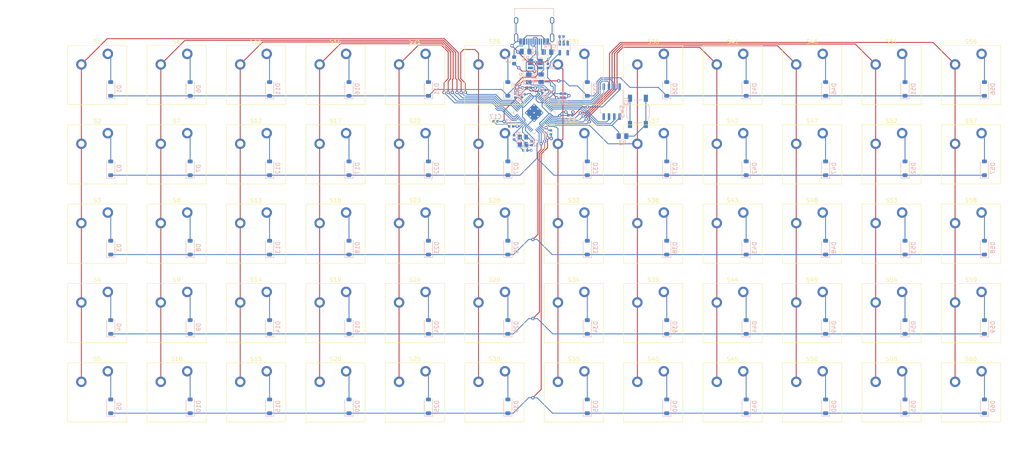
<source format=kicad_pcb>
(kicad_pcb (version 20221018) (generator pcbnew)
  (layers (0 "F.Cu" signal) (31 "B.Cu" signal) (34 "B.Paste" user) (35 "F.Paste" user) (36 "B.SilkS" user "B.Silkscreen") (37 "F.SilkS" user "F.Silkscreen") (38 "B.Mask" user) (39 "F.Mask" user) (44 "Edge.Cuts" user))
  (net 0 "")
  (net 1 "Net-(D1-A)")
  (net 2 "Net-(D2-A)")
  (net 3 "Net-(D3-A)")
  (net 4 "Net-(D4-A)")
  (net 5 "Net-(D5-A)")
  (net 6 "Net-(D6-A)")
  (net 7 "Net-(D7-A)")
  (net 8 "Net-(D8-A)")
  (net 9 "ROW 1")
  (net 10 "ROW 2")
  (net 11 "ROW 3")
  (net 12 "Net-(D9-A)")
  (net 13 "Net-(D10-A)")
  (net 14 "Net-(D11-A)")
  (net 15 "Net-(D12-A)")
  (net 16 "Net-(D13-A)")
  (net 17 "Net-(D14-A)")
  (net 18 "Net-(D15-A)")
  (net 19 "Net-(D16-A)")
  (net 20 "Net-(D17-A)")
  (net 21 "Net-(D18-A)")
  (net 22 "Net-(D19-A)")
  (net 23 "Net-(D20-A)")
  (net 24 "Net-(D21-A)")
  (net 25 "Net-(D22-A)")
  (net 26 "Net-(D23-A)")
  (net 27 "Net-(D24-A)")
  (net 28 "Net-(D25-A)")
  (net 29 "Net-(D26-A)")
  (net 30 "Net-(D27-A)")
  (net 31 "Net-(D28-A)")
  (net 32 "Net-(D29-A)")
  (net 33 "Net-(D30-A)")
  (net 34 "Net-(D31-A)")
  (net 35 "Net-(D32-A)")
  (net 36 "Net-(D33-A)")
  (net 37 "Net-(D34-A)")
  (net 38 "Net-(D35-A)")
  (net 39 "Net-(D36-A)")
  (net 40 "Net-(D37-A)")
  (net 41 "Net-(D38-A)")
  (net 42 "Net-(D39-A)")
  (net 43 "Net-(D40-A)")
  (net 44 "Net-(D41-A)")
  (net 45 "Net-(D42-A)")
  (net 46 "Net-(D43-A)")
  (net 47 "Net-(D44-A)")
  (net 48 "Net-(D45-A)")
  (net 49 "Net-(D46-A)")
  (net 50 "Net-(D47-A)")
  (net 51 "Net-(D48-A)")
  (net 52 "Net-(D49-A)")
  (net 53 "Net-(D50-A)")
  (net 54 "Net-(D51-A)")
  (net 55 "Net-(D52-A)")
  (net 56 "Net-(D53-A)")
  (net 57 "Net-(D54-A)")
  (net 58 "Net-(D55-A)")
  (net 59 "Net-(D56-A)")
  (net 60 "Net-(D57-A)")
  (net 61 "Net-(D58-A)")
  (net 62 "Net-(D59-A)")
  (net 63 "Net-(D60-A)")
  (net 64 "ROW 4")
  (net 65 "ROW 5")
  (net 66 "COL 1")
  (net 67 "COL 2")
  (net 68 "COL 3")
  (net 69 "COL 4")
  (net 70 "COL 5")
  (net 71 "COL 6")
  (net 72 "COL 7")
  (net 73 "COL 8")
  (net 74 "COL 9")
  (net 75 "COL 10")
  (net 76 "COL 11")
  (net 77 "COL 12")
  (net 78 "+3V3")
  (net 79 "GND")
  (net 80 "Net-(C4-Pad2)")
  (net 81 "+1V1")
  (net 82 "QSPI_SD1")
  (net 83 "QSPI_SD2")
  (net 84 "QSPI_SD0")
  (net 85 "QSPI_SD3")
  (net 86 "Net-(U1-XIN)")
  (net 87 "QSPI_SS")
  (net 88 "Net-(R3-Pad2)")
  (net 89 "Net-(U1-XOUT)")
  (net 90 "QSPI_SCLK")
  (net 93 "RESET")
  (net 102 "+5V")
  (net 104 "D+")
  (net 106 "D-")
  (net 107 "Net-(J1-CC1)")
  (net 109 "Net-(J1-CC2)")
  (net 116 "Net-(U1-USB:D+)")
  (net 117 "Net-(U1-USB:D-)")
  (footprint "ScottoKeebs_MX:MX_PCB_1.00u" (layer "F.Cu") (at 219.075 112.395)
    (fp_text reference "S49")
    (fp_text value "Keyswitch")
  )
  (footprint "ScottoKeebs_MX:MX_PCB_1.00u" (layer "F.Cu") (at 200.025 93.345)
    (fp_text reference "S43")
    (fp_text value "Keyswitch")
  )
  (footprint "ScottoKeebs_MX:MX_PCB_1.00u" (layer "F.Cu") (at 142.875 93.345)
    (fp_text reference "S28")
    (fp_text value "Keyswitch")
  )
  (footprint "ScottoKeebs_MX:MX_PCB_1.00u" (layer "F.Cu") (at 47.625 131.445)
    (fp_text reference "S5")
    (fp_text value "Keyswitch")
  )
  (footprint "ScottoKeebs_MX:MX_PCB_1.00u" (layer "F.Cu") (at 142.875 74.295)
    (fp_text reference "S27")
    (fp_text value "Keyswitch")
  )
  (footprint "ScottoKeebs_MX:MX_PCB_1.00u" (layer "F.Cu") (at 66.675 74.295)
    (fp_text reference "S7")
    (fp_text value "Keyswitch")
  )
  (footprint "ScottoKeebs_MX:MX_PCB_1.00u" (layer "F.Cu") (at 123.825 112.395)
    (fp_text reference "S24")
    (fp_text value "Keyswitch")
  )
  (footprint "ScottoKeebs_MX:MX_PCB_1.00u" (layer "F.Cu") (at 238.125 131.445)
    (fp_text reference "S55")
    (fp_text value "Keyswitch")
  )
  (footprint "ScottoKeebs_MX:MX_PCB_1.00u" (layer "F.Cu") (at 238.125 55.245)
    (fp_text reference "S51")
    (fp_text value "Keyswitch")
  )
  (footprint "ScottoKeebs_MX:MX_PCB_1.00u" (layer "F.Cu") (at 104.775 55.245)
    (fp_text reference "S16")
    (fp_text value "Keyswitch")
  )
  (footprint "ScottoKeebs_MX:MX_PCB_1.00u" (layer "F.Cu") (at 219.075 74.295)
    (fp_text reference "S47")
    (fp_text value "Keyswitch")
  )
  (footprint "ScottoKeebs_MX:MX_PCB_1.00u" (layer "F.Cu") (at 66.675 55.245)
    (fp_text reference "S6")
    (fp_text value "Keyswitch")
  )
  (footprint "ScottoKeebs_MX:MX_PCB_1.00u" (layer "F.Cu") (at 123.825 74.295)
    (fp_text reference "S22")
    (fp_text value "Keyswitch")
  )
  (footprint "ScottoKeebs_MX:MX_PCB_1.00u" (layer "F.Cu") (at 180.975 55.245)
    (fp_text reference "S36")
    (fp_text value "Keyswitch")
  )
  (footprint "ScottoKeebs_MX:MX_PCB_1.00u" (layer "F.Cu") (at 104.775 74.295)
    (fp_text reference "S17")
    (fp_text value "Keyswitch")
  )
  (footprint "ScottoKeebs_MX:MX_PCB_1.00u" (layer "F.Cu") (at 104.775 112.395)
    (fp_text reference "S19")
    (fp_text value "Keyswitch")
  )
  (footprint "ScottoKeebs_MX:MX_PCB_1.00u" (layer "F.Cu") (at 123.825 131.445)
    (fp_text reference "S25")
    (fp_text value "Keyswitch")
  )
  (footprint "ScottoKeebs_MX:MX_PCB_1.00u" (layer "F.Cu") (at 161.925 112.395)
    (fp_text reference "S34")
    (fp_text value "Keyswitch")
  )
  (footprint "ScottoKeebs_MX:MX_PCB_1.00u" (layer "F.Cu") (at 123.825 55.245)
    (fp_text reference "S21")
    (fp_text value "Keyswitch")
  )
  (footprint "ScottoKeebs_MX:MX_PCB_1.00u" (layer "F.Cu") (at 200.025 131.445)
    (fp_text reference "S45")
    (fp_text value "Keyswitch")
  )
  (footprint "ScottoKeebs_MX:MX_PCB_1.00u" (layer "F.Cu") (at 66.675 112.395)
    (fp_text reference "S9")
    (fp_text value "Keyswitch")
  )
  (footprint "ScottoKeebs_MX:MX_PCB_1.00u" (layer "F.Cu") (at 85.725 55.245)
    (fp_text reference "S11")
    (fp_text value "Keyswitch")
  )
  (footprint "ScottoKeebs_MX:MX_PCB_1.00u" (layer "F.Cu") (at 85.725 93.345)
    (fp_text reference "S13")
    (fp_text value "Keyswitch")
  )
  (footprint "ScottoKeebs_MX:MX_PCB_1.00u" (layer "F.Cu") (at 257.175 131.445)
    (fp_text reference "S60")
    (fp_text value "Keyswitch")
  )
  (footprint "ScottoKeebs_MX:MX_PCB_1.00u" (layer "F.Cu") (at 47.625 93.345)
    (fp_text reference "S3")
    (fp_text value "Keyswitch")
  )
  (footprint "ScottoKeebs_MX:MX_PCB_1.00u" (layer "F.Cu") (at 200.025 74.295)
    (fp_text reference "S42")
    (fp_text value "Keyswitch")
  )
  (footprint "ScottoKeebs_MX:MX_PCB_1.00u" (layer "F.Cu") (at 238.125 74.295)
    (fp_text reference "S52")
    (fp_text value "Keyswitch")
  )
  (footprint "ScottoKeebs_MX:MX_PCB_1.00u" (layer "F.Cu") (at 219.075 131.445)
    (fp_text reference "S50")
    (fp_text value "Keyswitch")
  )
  (footprint "ScottoKeebs_MX:MX_PCB_1.00u" (layer "F.Cu") (at 123.825 93.345)
    (fp_text reference "S23")
    (fp_text value "Keyswitch")
  )
  (footprint "ScottoKeebs_MX:MX_PCB_1.00u" (layer "F.Cu") (at 257.175 74.295)
    (fp_text reference "S57")
    (fp_text value "Keyswitch")
  )
  (footprint "ScottoKeebs_MX:MX_PCB_1.00u" (layer "F.Cu") (at 161.925 131.445)
    (fp_text reference "S35")
    (fp_text value "Keyswitch")
  )
  (footprint "ScottoKeebs_MX:MX_PCB_1.00u" (layer "F.Cu") (at 161.925 93.345)
    (fp_text reference "S33")
    (fp_text value "Keyswitch")
  )
  (footprint "ScottoKeebs_MX:MX_PCB_1.00u" (layer "F.Cu") (at 47.625 74.295)
    (fp_text reference "S2")
    (fp_text value "Keyswitch")
  )
  (footprint "ScottoKeebs_MX:MX_PCB_1.00u" (layer "F.Cu") (at 257.175 55.245)
    (fp_text reference "S56")
    (fp_text value "Keyswitch")
  )
  (footprint "ScottoKeebs_MX:MX_PCB_1.00u" (layer "F.Cu") (at 180.975 93.345)
    (fp_text reference "S38")
    (fp_text value "Keyswitch")
  )
  (footprint "ScottoKeebs_MX:MX_PCB_1.00u" (layer "F.Cu") (at 85.725 112.395)
    (fp_text reference "S14")
    (fp_text value "Keyswitch")
  )
  (footprint "ScottoKeebs_MX:MX_PCB_1.00u" (layer "F.Cu") (at 238.125 93.345)
    (fp_text reference "S53")
    (fp_text value "Keyswitch")
  )
  (footprint "ScottoKeebs_MX:MX_PCB_1.00u" (layer "F.Cu") (at 200.025 112.395)
    (fp_text reference "S44")
    (fp_text value "Keyswitch")
  )
  (footprint "ScottoKeebs_MX:MX_PCB_1.00u" (layer "F.Cu") (at 66.675 93.345)
    (fp_text reference "S8")
    (fp_text value "Keyswitch")
  )
  (footprint "ScottoKeebs_MX:MX_PCB_1.00u" (layer "F.Cu") (at 66.675 131.445)
    (fp_text reference "S10")
    (fp_text value "Keyswitch")
  )
  (footprint "ScottoKeebs_MX:MX_PCB_1.00u" (layer "F.Cu") (at 200.025 55.245)
    (fp_text reference "S41")
    (fp_text value "Keyswitch")
  )
  (footprint "ScottoKeebs_MX:MX_PCB_1.00u" (layer "F.Cu") (at 161.925 74.295)
    (fp_text reference "S32")
    (fp_text value "Keyswitch")
  )
  (footprint "ScottoKeebs_MX:MX_PCB_1.00u" (layer "F.Cu") (at 104.775 93.345)
    (fp_text reference "S18")
    (fp_text value "Keyswitch")
  )
  (footprint "ScottoKeebs_MX:MX_PCB_1.00u" (layer "F.Cu") (at 180.975 74.295)
    (fp_text reference "S37")
    (fp_text value "Keyswitch")
  )
  (footprint "ScottoKeebs_MX:MX_PCB_1.00u" (layer "F.Cu") (at 142.875 112.395)
    (fp_text reference "S29")
    (fp_text value "Keyswitch")
  )
  (footprint "ScottoKeebs_MX:MX_PCB_1.00u" (layer "F.Cu") (at 142.875 55.245)
    (fp_text reference "S26")
    (fp_text value "Keyswitch")
  )
  (footprint "ScottoKeebs_MX:MX_PCB_1.00u" (layer "F.Cu") (at 85.725 74.295)
    (fp_text reference "S12")
    (fp_text value "Keyswitch")
  )
  (footprint "ScottoKeebs_MX:MX_PCB_1.00u" (layer "F.Cu") (at 161.925 55.245)
    (fp_text reference "S31")
    (fp_text value "Keyswitch")
  )
  (footprint "ScottoKeebs_MX:MX_PCB_1.00u" (layer "F.Cu") (at 47.625 55.245)
    (fp_text reference "S1")
    (fp_text value "Keyswitch")
  )
  (footprint "ScottoKeebs_MX:MX_PCB_1.00u" (layer "F.Cu") (at 219.075 93.345)
    (fp_text reference "S48")
    (fp_text value "Keyswitch")
  )
  (footprint "ScottoKeebs_MX:MX_PCB_1.00u" (layer "F.Cu") (at 180.975 112.395)
    (fp_text reference "S39")
    (fp_text value "Keyswitch")
  )
  (footprint "ScottoKeebs_MX:MX_PCB_1.00u" (layer "F.Cu") (at 257.175 112.395)
    (fp_text reference "S59")
    (fp_text value "Keyswitch")
  )
  (footprint "ScottoKeebs_MX:MX_PCB_1.00u" (layer "F.Cu") (at 219.075 55.245)
    (fp_text reference "S46")
    (fp_text value "Keyswitch")
  )
  (footprint "ScottoKeebs_MX:MX_PCB_1.00u" (layer "F.Cu") (at 104.775 131.445)
    (fp_text reference "S20")
    (fp_text value "Keyswitch")
  )
  (footprint "ScottoKeebs_MX:MX_PCB_1.00u" (layer "F.Cu") (at 47.625 112.395)
    (fp_text reference "S4")
    (fp_text value "Keyswitch")
  )
  (footprint "ScottoKeebs_MX:MX_PCB_1.00u" (layer "F.Cu") (at 142.875 131.445)
    (fp_text reference "S30")
    (fp_text value "Keyswitch")
  )
  (footprint "ScottoKeebs_MX:MX_PCB_1.00u" (layer "F.Cu") (at 238.125 112.395)
    (fp_text reference "S54")
    (fp_text value "Keyswitch")
  )
  (footprint "ScottoKeebs_MX:MX_PCB_1.00u" (layer "F.Cu") (at 85.725 131.445)
    (fp_text reference "S15")
    (fp_text value "Keyswitch")
  )
  (footprint "ScottoKeebs_MX:MX_PCB_1.00u" (layer "F.Cu") (at 257.175 93.345)
    (fp_text reference "S58")
    (fp_text value "Keyswitch")
  )
  (footprint "ScottoKeebs_MX:MX_PCB_1.00u" (layer "F.Cu") (at 180.975 131.445)
    (fp_text reference "S40")
    (fp_text value "Keyswitch")
  )
  (footprint "Capacitor_SMD:C_0402_1005Metric" (layer "B.Cu") (at 150.3 73.347405 180)
    (fp_text reference "C4")
    (fp_text value "15p")
  )
  (footprint "Diode_SMD:D_SOD-123" (layer "B.Cu") (at 222.30727 58.593946 90)
    (fp_text reference "D46")
    (fp_text value "Diode")
  )
  (footprint "Diode_SMD:D_SOD-123" (layer "B.Cu") (at 222.30727 115.743946 90)
    (fp_text reference "D49")
    (fp_text value "Diode")
  )
  (footprint "Diode_SMD:D_SOD-123" (layer "B.Cu") (at 108.00727 58.593946 90)
    (fp_text reference "D16")
    (fp_text value "Diode")
  )
  (footprint "Resistor_SMD:R_0805_2012Metric" (layer "B.Cu") (at 173.6 69.92)
    (fp_text reference "R3")
    (fp_text value "1k")
  )
  (footprint "Capacitor_SMD:C_0402_1005Metric" (layer "B.Cu") (at 151.118116 58.274264 180)
    (fp_text reference "C22")
    (fp_text value "100n")
  )
  (footprint "Diode_SMD:D_SOD-123" (layer "B.Cu") (at 108.00727 134.793946 90)
    (fp_text reference "D20")
    (fp_text value "Diode")
  )
  (footprint "Diode_SMD:D_SOD-123" (layer "B.Cu") (at 127.05727 134.793946 90)
    (fp_text reference "D25")
    (fp_text value "Diode")
  )
  (footprint "Diode_SMD:D_SOD-123" (layer "B.Cu") (at 69.90727 77.643946 90)
    (fp_text reference "D7")
    (fp_text value "Diode")
  )
  (footprint "Diode_SMD:D_SOD-123" (layer "B.Cu") (at 260.40727 96.693946 90)
    (fp_text reference "D58")
    (fp_text value "Diode")
  )
  (footprint "Diode_SMD:D_SOD-123" (layer "B.Cu") (at 241.35727 115.743946 90)
    (fp_text reference "D54")
    (fp_text value "Diode")
  )
  (footprint "Diode_SMD:D_SOD-123" (layer "B.Cu") (at 241.35727 134.793946 90)
    (fp_text reference "D55")
    (fp_text value "Diode")
  )
  (footprint "Diode_SMD:D_SOD-123" (layer "B.Cu") (at 165.15727 115.743946 90)
    (fp_text reference "D34")
    (fp_text value "Diode")
  )
  (footprint "Capacitor_SMD:C_0402_1005Metric" (layer "B.Cu") (at 147.9 60.17 90)
    (fp_text reference "C20")
    (fp_text value "1u")
  )
  (footprint "Diode_SMD:D_SOD-123" (layer "B.Cu") (at 146.10727 77.643946 90)
    (fp_text reference "D27")
    (fp_text value "Diode")
  )
  (footprint "Diode_SMD:D_SOD-123" (layer "B.Cu") (at 50.85727 96.693946 90)
    (fp_text reference "D3")
    (fp_text value "Diode")
  )
  (footprint "Diode_SMD:D_SOD-123" (layer "B.Cu") (at 69.90727 58.593946 90)
    (fp_text reference "D6")
    (fp_text value "Diode")
  )
  (footprint "Diode_SMD:D_SOD-123" (layer "B.Cu") (at 88.95727 134.793946 90)
    (fp_text reference "D15")
    (fp_text value "Diode")
  )
  (footprint "Resistor_SMD:R_0805_2012Metric" (layer "B.Cu") (at 155.6 49.72 180)
    (fp_text reference "R2")
    (fp_text value "5k1")
  )
  (footprint "Diode_SMD:D_SOD-123" (layer "B.Cu") (at 184.20727 115.743946 90)
    (fp_text reference "D39")
    (fp_text value "Diode")
  )
  (footprint "Diode_SMD:D_SOD-123" (layer "B.Cu") (at 50.85727 58.593946 90)
    (fp_text reference "D1")
    (fp_text value "Diode")
  )
  (footprint "Diode_SMD:D_SOD-123" (layer "B.Cu") (at 222.30727 134.793946 90)
    (fp_text reference "D50")
    (fp_text value "Diode")
  )
  (footprint "Resistor_SMD:R_0805_2012Metric" (layer "B.Cu") (at 151.1 56.02 -90)
    (fp_text reference "R12")
    (fp_text value "27")
  )
  (footprint "Diode_SMD:D_SOD-123" (layer "B.Cu") (at 203.25727 134.793946 90)
    (fp_text reference "D45")
    (fp_text value "Diode")
  )
  (footprint "Diode_SMD:D_SOD-123" (layer "B.Cu") (at 165.15727 77.643946 90)
    (fp_text reference "D32")
    (fp_text value "Diode")
  )
  (footprint "Capacitor_SMD:C_0402_1005Metric" (layer "B.Cu") (at 149.8 60.22 -135)
    (fp_text reference "C21")
    (fp_text value "100n")
  )
  (footprint "Diode_SMD:D_SOD-123" (layer "B.Cu") (at 108.00727 77.643946 90)
    (fp_text reference "D17")
    (fp_text value "Diode")
  )
  (footprint "Diode_SMD:D_SOD-123" (layer "B.Cu") (at 203.25727 58.593946 90)
    (fp_text reference "D41")
    (fp_text value "Diode")
  )
  (footprint "Capacitor_SMD:C_0402_1005Metric" (layer "B.Cu") (at 158.98 46)
    (fp_text reference "C1")
    (fp_text value "1µ")
  )
  (footprint "Capacitor_SMD:C_0402_1005Metric" (layer "B.Cu") (at 154.7 59.17 45)
    (fp_text reference "C16")
    (fp_text value "100n")
  )
  (footprint "Package_TO_SOT_SMD:SOT-23-5" (layer "B.Cu") (at 159.51 48.76 -90)
    (fp_text reference "U4")
    (fp_text value "XC6210B332MR-G")
  )
  (footprint "Diode_SMD:D_SOD-123" (layer "B.Cu") (at 146.10727 115.743946 90)
    (fp_text reference "D29")
    (fp_text value "Diode")
  )
  (footprint "Diode_SMD:D_SOD-123" (layer "B.Cu") (at 241.35727 96.693946 90)
    (fp_text reference "D53")
    (fp_text value "Diode")
  )
  (footprint "Connector_USB:USB_C_Receptacle_HRO_TYPE-C-31-M-12" (layer "B.Cu") (at 152.4 43.18)
    (fp_text reference "J1")
    (fp_text value "USB_C_Receptacle_USB2.0")
  )
  (footprint "Diode_SMD:D_SOD-123" (layer "B.Cu") (at 108.00727 96.693946 90)
    (fp_text reference "D18")
    (fp_text value "Diode")
  )
  (footprint "Crystal:Crystal_SMD_2520-4Pin_2.5x2.0mm" (layer "B.Cu") (at 149.7 71.02 90)
    (fp_text reference "Y1")
    (fp_text value "12MHz")
  )
  (footprint "Diode_SMD:D_SOD-123" (layer "B.Cu") (at 146.10727 96.693946 90)
    (fp_text reference "D28")
    (fp_text value "Diode")
  )
  (footprint "Diode_SMD:D_SOD-123" (layer "B.Cu") (at 260.40727 77.643946 90)
    (fp_text reference "D57")
    (fp_text value "Diode")
  )
  (footprint "Diode_SMD:D_SOD-123" (layer "B.Cu") (at 184.20727 77.643946 90)
    (fp_text reference "D37")
    (fp_text value "Diode")
  )
  (footprint "Diode_SMD:D_SOD-123" (layer "B.Cu") (at 69.90727 134.793946 90)
    (fp_text reference "D10")
    (fp_text value "Diode")
  )
  (footprint "Diode_SMD:D_SOD-123" (layer "B.Cu") (at 127.05727 77.643946 90)
    (fp_text reference "D22")
    (fp_text value "Diode")
  )
  (footprint "Diode_SMD:D_SOD-123" (layer "B.Cu") (at 203.25727 96.693946 90)
    (fp_text reference "D43")
    (fp_text value "Diode")
  )
  (footprint "Diode_SMD:D_SOD-123" (layer "B.Cu") (at 165.15727 134.793946 90)
    (fp_text reference "D35")
    (fp_text value "Diode")
  )
  (footprint "Diode_SMD:D_SOD-123" (layer "B.Cu") (at 203.25727 115.743946 90)
    (fp_text reference "D44")
    (fp_text value "Diode")
  )
  (footprint "Diode_SMD:D_SOD-123" (layer "B.Cu") (at 165.15727 96.693946 90)
    (fp_text reference "D33")
    (fp_text value "Diode")
  )
  (footprint "Diode_SMD:D_SOD-123" (layer "B.Cu") (at 127.05727 96.693946 90)
    (fp_text reference "D23")
    (fp_text value "Diode")
  )
  (footprint "rp2040:RP2040-QFN-56" (layer "B.Cu") (at 152.4 64.310843 135)
    (fp_text reference "U1")
    (fp_text value "RP2040")
  )
  (footprint "Diode_SMD:D_SOD-123" (layer "B.Cu") (at 146.10727 134.793946 90)
    (fp_text reference "D30")
    (fp_text value "Diode")
  )
  (footprint "Package_SO:SOIC-8_5.23x5.23mm_P1.27mm" (layer "B.Cu") (at 171 61.62 90)
    (fp_text reference "U2")
    (fp_text value "W25Q128JVS")
  )
  (footprint "Resistor_SMD:R_0805_2012Metric" (layer "B.Cu") (at 150.355278 49.614904)
    (fp_text reference "R1")
    (fp_text value "5k1")
  )
  (footprint "Diode_SMD:D_SOD-123" (layer "B.Cu") (at 88.95727 115.743946 90)
    (fp_text reference "D14")
    (fp_text value "Diode")
  )
  (footprint "Diode_SMD:D_SOD-123" (layer "B.Cu") (at 50.85727 77.643946 90)
    (fp_text reference "D2")
    (fp_text value "Diode")
  )
  (footprint "Diode_SMD:D_SOD-123" (layer "B.Cu") (at 88.95727 58.593946 90)
    (fp_text reference "D11")
    (fp_text value "Diode")
  )
  (footprint "Diode_SMD:D_SOD-123" (layer "B.Cu") (at 69.90727 115.743946 90)
    (fp_text reference "D9")
    (fp_text value "Diode")
  )
  (footprint "Capacitor_SMD:C_0402_1005Metric" (layer "B.Cu") (at 161.08 64.93)
    (fp_text reference "C19")
    (fp_text value "100n")
  )
  (footprint "Package_TO_SOT_SMD:SOT-23-6" (layer "B.Cu") (at 152.701999 52.589332 180)
    (fp_text reference "U3")
    (fp_text value "SRV05-4")
  )
  (footprint "Diode_SMD:D_SOD-123" (layer "B.Cu") (at 241.35727 77.643946 90)
    (fp_text reference "D52")
    (fp_text value "Diode")
  )
  (footprint "Diode_SMD:D_SOD-123" (layer "B.Cu") (at 184.20727 134.793946 90)
    (fp_text reference "D40")
    (fp_text value "Diode")
  )
  (footprint "Resistor_SMD:R_0402_1005Metric" (layer "B.Cu") (at 147.6 70.22 90)
    (fp_text reference "R10")
    (fp_text value "1k")
  )
  (footprint "Capacitor_SMD:C_0402_1005Metric" (layer "B.Cu") (at 151.8 71.62 90)
    (fp_text reference "C3")
    (fp_text value "15p")
  )
  (footprint "Diode_SMD:D_SOD-123" (layer "B.Cu") (at 184.20727 58.593946 90)
    (fp_text reference "D36")
    (fp_text value "Diode")
  )
  (footprint "Diode_SMD:D_SOD-123" (layer "B.Cu") (at 184.20727 96.693946 90)
    (fp_text reference "D38")
    (fp_text value "Diode")
  )
  (footprint "Diode_SMD:D_SOD-123" (layer "B.Cu") (at 146.10727 58.593946 90)
    (fp_text reference "D26")
    (fp_text value "Diode")
  )
  (footprint "Capacitor_SMD:C_0402_1005Metric" (layer "B.Cu") (at 156.4 69.02 -90)
    (fp_text reference "C24")
    (fp_text value "100n")
  )
  (footprint "Button_Switch_SMD:SW_SPST_TL3342" (layer "B.Cu") (at 177.3 63.97 -90)
    (fp_text reference "SW3")
    (fp_text value "RESET ")
  )
  (footprint "Diode_SMD:D_SOD-123" (layer "B.Cu") (at 127.05727 115.743946 90)
    (fp_text reference "D24")
    (fp_text value "Diode")
  )
  (footprint "Diode_SMD:D_SOD-123" (layer "B.Cu") (at 88.95727 96.693946 90)
    (fp_text reference "D13")
    (fp_text value "Diode")
  )
  (footprint "Diode_SMD:D_SOD-123" (layer "B.Cu") (at 222.30727 96.693946 90)
    (fp_text reference "D48")
    (fp_text value "Diode")
  )
  (footprint "Diode_SMD:D_SOD-123" (layer "B.Cu") (at 260.40727 115.743946 90)
    (fp_text reference "D59")
    (fp_text value "Diode")
  )
  (footprint "Fuse:Fuse_0603_1608Metric" (layer "B.Cu") (at 147.6 51.72 -90)
    (fp_text reference "F1")
    (fp_text value "500mA")
  )
  (footprint "Diode_SMD:D_SOD-123" (layer "B.Cu") (at 88.95727 77.643946 90)
    (fp_text reference "D12")
    (fp_text value "Diode")
  )
  (footprint "Diode_SMD:D_SOD-123" (layer "B.Cu") (at 127.05727 58.593946 90)
    (fp_text reference "D21")
    (fp_text value "Diode")
  )
  (footprint "Capacitor_SMD:C_0402_1005Metric" (layer "B.Cu") (at 155.71 53.07 90)
    (fp_text reference "C5")
    (fp_text value "1µ")
  )
  (footprint "Diode_SMD:D_SOD-123" (layer "B.Cu") (at 260.40727 58.593946 90)
    (fp_text reference "D56")
    (fp_text value "Diode")
  )
  (footprint "Capacitor_SMD:C_0402_1005Metric" (layer "B.Cu") (at 159.3 60.72)
    (fp_text reference "C18")
    (fp_text value "1u")
  )
  (footprint "Diode_SMD:D_SOD-123" (layer "B.Cu") (at 50.85727 115.743946 90)
    (fp_text reference "D4")
    (fp_text value "Diode")
  )
  (footprint "Diode_SMD:D_SOD-123" (layer "B.Cu") (at 165.15727 58.593946 90)
    (fp_text reference "D31")
    (fp_text value "Diode")
  )
  (footprint "Capacitor_SMD:C_0402_1005Metric" (layer "B.Cu") (at 143.15 66.37 180)
    (fp_text reference "C17")
    (fp_text value "100n")
  )
  (footprint "Capacitor_SMD:C_0402_1005Metric" (layer "B.Cu") (at 146.9 67.57 180)
    (fp_text reference "C23")
    (fp_text value "100n")
  )
  (footprint "Diode_SMD:D_SOD-123" (layer "B.Cu") (at 241.35727 58.593946 90)
    (fp_text reference "D51")
    (fp_text value "Diode")
  )
  (footprint "Capacitor_SMD:C_0402_1005Metric" (layer "B.Cu") (at 159.3 59.72)
    (fp_text reference "C2")
    (fp_text value "100n")
  )
  (footprint "Diode_SMD:D_SOD-123" (layer "B.Cu") (at 108.00727 115.743946 90)
    (fp_text reference "D19")
    (fp_text value "Diode")
  )
  (footprint "Diode_SMD:D_SOD-123" (layer "B.Cu") (at 50.85727 134.793946 90)
    (fp_text reference "D5")
    (fp_text value "Diode")
  )
  (footprint "Diode_SMD:D_SOD-123" (layer "B.Cu") (at 222.30727 77.643946 90)
    (fp_text reference "D47")
    (fp_text value "Diode")
  )
  (footprint "Diode_SMD:D_SOD-123" (layer "B.Cu") (at 203.25727 77.643946 90)
    (fp_text reference "D42")
    (fp_text value "Diode")
  )
  (footprint "Diode_SMD:D_SOD-123" (layer "B.Cu") (at 69.90727 96.693946 90)
    (fp_text reference "D8")
    (fp_text value "Diode")
  )
  (footprint "Diode_SMD:D_SOD-123" (layer "B.Cu") (at 260.40727 134.793946 90)
    (fp_text reference "D60")
    (fp_text value "Diode")
  )
  (footprint "Resistor_SMD:R_0805_2012Metric" (layer "B.Cu") (at 154.1 56.02 -90)
    (fp_text reference "R11")
    (fp_text value "27")
  )
  (segment (start 50.85727 50.85727) (end 50.165 50.165) (width 0.2) (layer "B.Cu") (net 1))
  (segment (start 50.85727 56.943946) (end 50.85727 50.85727) (width 0.2) (layer "B.Cu") (net 1))
  (segment (start 50.85727 69.90727) (end 50.165 69.215) (width 0.2) (layer "B.Cu") (net 2))
  (segment (start 50.85727 75.993946) (end 50.85727 69.90727) (width 0.2) (layer "B.Cu") (net 2))
  (segment (start 50.85727 88.95727) (end 50.165 88.265) (width 0.2) (layer "B.Cu") (net 3))
  (segment (start 50.85727 95.043946) (end 50.85727 88.95727) (width 0.2) (layer "B.Cu") (net 3))
  (segment (start 50.85727 114.093946) (end 50.85727 108.00727) (width 0.2) (layer "B.Cu") (net 4))
  (segment (start 50.85727 108.00727) (end 50.165 107.315) (width 0.2) (layer "B.Cu") (net 4))
  (segment (start 50.85727 127.05727) (end 50.165 126.365) (width 0.2) (layer "B.Cu") (net 5))
  (segment (start 50.85727 133.143946) (end 50.85727 127.05727) (width 0.2) (layer "B.Cu") (net 5))
  (segment (start 69.90727 50.85727) (end 69.215 50.165) (width 0.2) (layer "B.Cu") (net 6))
  (segment (start 69.90727 56.943946) (end 69.90727 50.85727) (width 0.2) (layer "B.Cu") (net 6))
  (segment (start 69.90727 69.90727) (end 69.215 69.215) (width 0.2) (layer "B.Cu") (net 7))
  (segment (start 69.90727 75.993946) (end 69.90727 69.90727) (width 0.2) (layer "B.Cu") (net 7))
  (segment (start 69.90727 88.95727) (end 69.215 88.265) (width 0.2) (layer "B.Cu") (net 8))
  (segment (start 69.90727 95.043946) (end 69.90727 88.95727) (width 0.2) (layer "B.Cu") (net 8))
  (segment (start 149.77 56.65) (end 148.9 57.52) (width 0.2) (layer "F.Cu") (net 9))
  (segment (start 158.29 56.65) (end 149.77 56.65) (width 0.2) (layer "F.Cu") (net 9))
  (via (at 158.29 56.65) (size 0.8) (drill 0.4) (layers "F.Cu" "B.Cu") (net 9))
  (via (at 148.9 57.52) (size 0.8) (drill 0.4) (layers "F.Cu" "B.Cu") (net 9))
  (segment (start 148.669622 57.750378) (end 148.669622 60.58117) (width 0.2) (layer "B.Cu") (net 9))
  (segment (start 148.4 57.52) (end 146.10727 59.81273) (width 0.2) (layer "B.Cu") (net 9))
  (segment (start 168.4 55.92) (end 167.5 56.82) (width 0.2) (layer "B.Cu") (net 9))
  (segment (start 148.669622 60.58117) (end 149.451383 61.362931) (width 0.2) (layer "B.Cu") (net 9))
  (segment (start 128.581216 58.72) (end 127.05727 60.243946) (width 0.2) (layer "B.Cu") (net 9))
  (segment (start 149.451383 61.362931) (end 149.451383 61.645071) (width 0.2) (layer "B.Cu") (net 9))
  (segment (start 160.8 57.84) (end 162.753324 57.84) (width 0.2) (layer "B.Cu") (net 9))
  (segment (start 148.9 57.52) (end 148.4 57.52) (width 0.2) (layer "B.Cu") (net 9))
  (segment (start 148.9 57.52) (end 148.669622 57.750378) (width 0.2) (layer "B.Cu") (net 9))
  (segment (start 184.20727 60.243946) (end 182.183324 58.22) (width 0.2) (layer "B.Cu") (net 9))
  (segment (start 166.676054 60.243946) (end 165.15727 60.243946) (width 0.2) (layer "B.Cu") (net 9))
  (segment (start 146.10727 59.81273) (end 146.10727 60.243946) (width 0.2) (layer "B.Cu") (net 9))
  (segment (start 173.1 55.92) (end 168.4 55.92) (width 0.2) (layer "B.Cu") (net 9))
  (segment (start 260.40727 60.243946) (end 184.20727 60.243946) (width 0.2) (layer "B.Cu") (net 9))
  (segment (start 159.61 56.65) (end 160.8 57.84) (width 0.2) (layer "B.Cu") (net 9))
  (segment (start 127.05727 60.243946) (end 50.85727 60.243946) (width 0.2) (layer "B.Cu") (net 9))
  (segment (start 144.583324 58.72) (end 128.581216 58.72) (width 0.2) (layer "B.Cu") (net 9))
  (segment (start 167.5 56.82) (end 167.5 59.42) (width 0.2) (layer "B.Cu") (net 9))
  (segment (start 182.183324 58.22) (end 175.4 58.22) (width 0.2) (layer "B.Cu") (net 9))
  (segment (start 167.5 59.42) (end 166.676054 60.243946) (width 0.2) (layer "B.Cu") (net 9))
  (segment (start 146.10727 60.243946) (end 144.583324 58.72) (width 0.2) (layer "B.Cu") (net 9))
  (segment (start 175.4 58.22) (end 173.1 55.92) (width 0.2) (layer "B.Cu") (net 9))
  (segment (start 158.29 56.65) (end 159.61 56.65) (width 0.2) (layer "B.Cu") (net 9))
  (segment (start 162.753324 57.84) (end 165.15727 60.243946) (width 0.2) (layer "B.Cu") (net 9))
  (segment (start 149.451383 61.645071) (end 149.827899 62.021585) (width 0.2) (layer "B.Cu") (net 9))
  (segment (start 152.6 75.72) (end 149.026054 79.293946) (width 0.2) (layer "B.Cu") (net 10))
  (segment (start 165.15727 79.293946) (end 260.40727 79.293946) (width 0.2) (layer "B.Cu") (net 10))
  (segment (start 157.173946 79.293946) (end 165.15727 79.293946) (width 0.2) (layer "B.Cu") (net 10))
  (segment (start 153.6 71.23005) (end 153.1 71.73005) (width 0.2) (layer "B.Cu") (net 10))
  (segment (start 152.992202 68.58) (end 153.6 69.187798) (width 0.2) (layer "B.Cu") (net 10))
  (segment (start 153.1 71.73005) (end 153.1 75.22) (width 0.2) (layer "B.Cu") (net 10))
  (segment (start 153.1 75.22) (end 152.6 75.72) (width 0.2) (layer "B.Cu") (net 10))
  (segment (start 153.6 69.187798) (end 153.6 71.23005) (width 0.2) (layer "B.Cu") (net 10))
  (segment (start 146.10727 79.293946) (end 50.85727 79.293946) (width 0.2) (layer "B.Cu") (net 10))
  (segment (start 149.026054 79.293946) (end 146.10727 79.293946) (width 0.2) (layer "B.Cu") (net 10))
  (segment (start 153.1 75.22) (end 157.173946 79.293946) (width 0.2) (layer "B.Cu") (net 10))
  (segment (start 154.1 71.72) (end 154.1 73.088628) (width 0.2) (layer "F.Cu") (net 11))
  (segment (start 154.1 73.088628) (end 153.3 73.888628) (width 0.2) (layer "F.Cu") (net 11))
  (segment (start 153.3 93.52) (end 152.1 94.72) (width 0.2) (layer "F.Cu") (net 11))
  (segment (start 153.3 73.888628) (end 153.3 93.52) (width 0.2) (layer "F.Cu") (net 11))
  (via (at 152.1 94.72) (size 0.8) (drill 0.4) (layers "F.Cu" "B.Cu") (net 11))
  (via (at 154.1 71.72) (size 0.8) (drill 0.4) (layers "F.Cu" "B.Cu") (net 11))
  (segment (start 153.1 94.72) (end 152.1 94.72) (width 0.2) (layer "B.Cu") (net 11))
  (segment (start 260.40727 98.343946) (end 165.15727 98.343946) (width 0.2) (layer "B.Cu") (net 11))
  (segment (start 156.723946 98.343946) (end 153.1 94.72) (width 0.2) (layer "B.Cu") (net 11))
  (segment (start 147.476054 98.343946) (end 146.10727 98.343946) (width 0.2) (layer "B.Cu") (net 11))
  (segment (start 165.15727 98.343946) (end 156.723946 98.343946) (width 0.2) (layer "B.Cu") (net 11))
  (segment (start 154.1 69.122112) (end 153.275045 68.297157) (width 0.2) (layer "B.Cu") (net 11))
  (segment (start 146.10727 98.343946) (end 50.85727 98.343946) (width 0.2) (layer "B.Cu") (net 11))
  (segment (start 152.1 94.72) (end 151.1 94.72) (width 0.2) (layer "B.Cu") (net 11))
  (segment (start 151.1 94.72) (end 147.476054 98.343946) (width 0.2) (layer "B.Cu") (net 11))
  (segment (start 154.1 71.72) (end 154.1 69.122112) (width 0.2) (layer "B.Cu") (net 11))
  (segment (start 69.90727 108.00727) (end 69.215 107.315) (width 0.2) (layer "B.Cu") (net 12))
  (segment (start 69.90727 114.093946) (end 69.90727 108.00727) (width 0.2) (layer "B.Cu") (net 12))
  (segment (start 69.90727 127.05727) (end 69.215 126.365) (width 0.2) (layer "B.Cu") (net 13))
  (segment (start 69.90727 133.143946) (end 69.90727 127.05727) (width 0.2) (layer "B.Cu") (net 13))
  (segment (start 88.95727 50.85727) (end 88.265 50.165) (width 0.2) (layer "B.Cu") (net 14))
  (segment (start 88.95727 56.943946) (end 88.95727 50.85727) (width 0.2) (layer "B.Cu") (net 14))
  (segment (start 88.95727 69.90727) (end 88.265 69.215) (width 0.2) (layer "B.Cu") (net 15))
  (segment (start 88.95727 75.993946) (end 88.95727 69.90727) (width 0.2) (layer "B.Cu") (net 15))
  (segment (start 88.95727 88.95727) (end 88.265 88.265) (width 0.2) (layer "B.Cu") (net 16))
  (segment (start 88.95727 95.043946) (end 88.95727 88.95727) (width 0.2) (layer "B.Cu") (net 16))
  (segment (start 88.95727 108.00727) (end 88.265 107.315) (width 0.2) (layer "B.Cu") (net 17))
  (segment (start 88.95727 114.093946) (end 88.95727 108.00727) (width 0.2) (layer "B.Cu") (net 17))
  (segment (start 88.95727 133.143946) (end 88.95727 127.05727) (width 0.2) (layer "B.Cu") (net 18))
  (segment (start 88.95727 127.05727) (end 88.265 126.365) (width 0.2) (layer "B.Cu") (net 18))
  (segment (start 108.00727 50.85727) (end 107.315 50.165) (width 0.2) (layer "B.Cu") (net 19))
  (segment (start 108.00727 56.943946) (end 108.00727 50.85727) (width 0.2) (layer "B.Cu") (net 19))
  (segment (start 108.00727 75.993946) (end 108.00727 69.90727) (width 0.2) (layer "B.Cu") (net 20))
  (segment (start 108.00727 69.90727) (end 107.315 69.215) (width 0.2) (layer "B.Cu") (net 20))
  (segment (start 108.00727 95.043946) (end 108.00727 88.95727) (width 0.2) (layer "B.Cu") (net 21))
  (segment (start 108.00727 88.95727) (end 107.315 88.265) (width 0.2) (layer "B.Cu") (net 21))
  (segment (start 108.00727 108.00727) (end 107.315 107.315) (width 0.2) (layer "B.Cu") (net 22))
  (segment (start 108.00727 114.093946) (end 108.00727 108.00727) (width 0.2) (layer "B.Cu") (net 22))
  (segment (start 108.00727 127.05727) (end 107.315 126.365) (width 0.2) (layer "B.Cu") (net 23))
  (segment (start 108.00727 133.143946) (end 108.00727 127.05727) (width 0.2) (layer "B.Cu") (net 23))
  (segment (start 127.05727 56.943946) (end 127.05727 50.85727) (width 0.2) (layer "B.Cu") (net 24))
  (segment (start 127.05727 50.85727) (end 126.365 50.165) (width 0.2) (layer "B.Cu") (net 24))
  (segment (start 127.05727 69.90727) (end 126.365 69.215) (width 0.2) (layer "B.Cu") (net 25))
  (segment (start 127.05727 75.993946) (end 127.05727 69.90727) (width 0.2) (layer "B.Cu") (net 25))
  (segment (start 127.05727 95.043946) (end 127.05727 88.95727) (width 0.2) (layer "B.Cu") (net 26))
  (segment (start 127.05727 88.95727) (end 126.365 88.265) (width 0.2) (layer "B.Cu") (net 26))
  (segment (start 127.05727 114.093946) (end 127.05727 108.00727) (width 0.2) (layer "B.Cu") (net 27))
  (segment (start 127.05727 108.00727) (end 126.365 107.315) (width 0.2) (layer "B.Cu") (net 27))
  (segment (start 127.05727 133.143946) (end 127.05727 127.05727) (width 0.2) (layer "B.Cu") (net 28))
  (segment (start 127.05727 127.05727) (end 126.365 126.365) (width 0.2) (layer "B.Cu") (net 28))
  (segment (start 146.10727 50.85727) (end 145.415 50.165) (width 0.2) (layer "B.Cu") (net 29))
  (segment (start 146.10727 56.943946) (end 146.10727 50.85727) (width 0.2) (layer "B.Cu") (net 29))
  (segment (start 146.10727 75.993946) (end 146.10727 69.90727) (width 0.25) (layer "B.Cu") (net 30))
  (segment (start 146.10727 69.90727) (end 145.415 69.215) (width 0.25) (layer "B.Cu") (net 30))
  (segment (start 146.10727 95.043946) (end 146.10727 88.95727) (width 0.2) (layer "B.Cu") (net 31))
  (segment (start 146.10727 88.95727) (end 145.415 88.265) (width 0.2) (layer "B.Cu") (net 31))
  (segment (start 146.10727 114.093946) (end 146.10727 108.00727) (width 0.2) (layer "B.Cu") (net 32))
  (segment (start 146.10727 108.00727) (end 145.415 107.315) (width 0.2) (layer "B.Cu") (net 32))
  (segment (start 146.10727 133.143946) (end 146.10727 127.05727) (width 0.2) (layer "B.Cu") (net 33))
  (segment (start 146.10727 127.05727) (end 145.415 126.365) (width 0.2) (layer "B.Cu") (net 33))
  (segment (start 165.15727 56.943946) (end 165.15727 50.85727) (width 0.2) (layer "B.Cu") (net 34))
  (segment (start 165.15727 50.85727) (end 164.465 50.165) (width 0.2) (layer "B.Cu") (net 34))
  (segment (start 165.15727 69.90727) (end 164.465 69.215) (width 0.2) (layer "B.Cu") (net 35))
  (segment (start 165.15727 75.993946) (end 165.15727 69.90727) (width 0.2) (layer "B.Cu") (net 35))
  (segment (start 165.15727 88.95727) (end 164.465 88.265) (width 0.2) (layer "B.Cu") (net 36))
  (segment (start 165.15727 95.043946) (end 165.15727 88.95727) (width 0.2) (layer "B.Cu") (net 36))
  (segment (start 165.15727 114.093946) (end 165.15727 108.00727) (width 0.2) (layer "B.Cu") (net 37))
  (segment (start 165.15727 108.00727) (end 164.465 107.315) (width 0.2) (layer "B.Cu") (net 37))
  (segment (start 165.15727 127.05727) (end 164.465 126.365) (width 0.2) (layer "B.Cu") (net 38))
  (segment (start 165.15727 133.143946) (end 165.15727 127.05727) (width 0.2) (layer "B.Cu") (net 38))
  (segment (start 184.20727 50.85727) (end 183.515 50.165) (width 0.2) (layer "B.Cu") (net 39))
  (segment (start 184.20727 56.943946) (end 184.20727 50.85727) (width 0.2) (layer "B.Cu") (net 39))
  (segment (start 184.20727 69.90727) (end 183.515 69.215) (width 0.2) (layer "B.Cu") (net 40))
  (segment (start 184.20727 75.993946) (end 184.20727 69.90727) (width 0.2) (layer "B.Cu") (net 40))
  (segment (start 184.20727 95.043946) (end 184.20727 88.95727) (width 0.2) (layer "B.Cu") (net 41))
  (segment (start 184.20727 88.95727) (end 183.515 88.265) (width 0.2) (layer "B.Cu") (net 41))
  (segment (start 184.20727 108.00727) (end 183.515 107.315) (width 0.2) (layer "B.Cu") (net 42))
  (segment (start 184.20727 114.093946) (end 184.20727 108.00727) (width 0.2) (layer "B.Cu") (net 42))
  (segment (start 184.20727 127.05727) (end 183.515 126.365) (width 0.2) (layer "B.Cu") (net 43))
  (segment (start 184.20727 133.143946) (end 184.20727 127.05727) (width 0.2) (layer "B.Cu") (net 43))
  (segment (start 203.25727 56.943946) (end 203.25727 50.85727) (width 0.2) (layer "B.Cu") (net 44))
  (segment (start 203.25727 50.85727) (end 202.565 50.165) (width 0.2) (layer "B.Cu") (net 44))
  (segment (start 203.25727 69.90727) (end 202.565 69.215) (width 0.2) (layer "B.Cu") (net 45))
  (segment (start 203.25727 75.993946) (end 203.25727 69.90727) (width 0.2) (layer "B.Cu") (net 45))
  (segment (start 203.25727 95.043946) (end 203.25727 88.95727) (width 0.2) (layer "B.Cu") (net 46))
  (segment (start 203.25727 88.95727) (end 202.565 88.265) (width 0.2) (layer "B.Cu") (net 46))
  (segment (start 203.25727 114.093946) (end 203.25727 108.00727) (width 0.2) (layer "B.Cu") (net 47))
  (segment (start 203.25727 108.00727) (end 202.565 107.315) (width 0.2) (layer "B.Cu") (net 47))
  (segment (start 203.25727 127.05727) (end 202.565 126.365) (width 0.2) (layer "B.Cu") (net 48))
  (segment (start 203.25727 133.143946) (end 203.25727 127.05727) (width 0.2) (layer "B.Cu") (net 48))
  (segment (start 222.30727 50.85727) (end 221.615 50.165) (width 0.2) (layer "B.Cu") (net 49))
  (segment (start 222.30727 56.943946) (end 222.30727 50.85727) (width 0.2) (layer "B.Cu") (net 49))
  (segment (start 222.30727 69.90727) (end 221.615 69.215) (width 0.2) (layer "B.Cu") (net 50))
  (segment (start 222.30727 75.993946) (end 222.30727 69.90727) (width 0.2) (layer "B.Cu") (net 50))
  (segment (start 222.30727 88.95727) (end 221.615 88.265) (width 0.2) (layer "B.Cu") (net 51))
  (segment (start 222.30727 95.043946) (end 222.30727 88.95727) (width 0.2) (layer "B.Cu") (net 51))
  (segment (start 222.30727 114.093946) (end 222.30727 108.00727) (width 0.2) (layer "B.Cu") (net 52))
  (segment (start 222.30727 108.00727) (end 221.615 107.315) (width 0.2) (layer "B.Cu") (net 52))
  (segment (start 222.30727 133.143946) (end 222.30727 127.05727) (width 0.2) (layer "B.Cu") (net 53))
  (segment (start 222.30727 127.05727) (end 221.615 126.365) (width 0.2) (layer "B.Cu") (net 53))
  (segment (start 241.35727 56.943946) (end 241.35727 50.85727) (width 0.2) (layer "B.Cu") (net 54))
  (segment (start 241.35727 50.85727) (end 240.665 50.165) (width 0.2) (layer "B.Cu") (net 54))
  (segment (start 241.35727 69.90727) (end 240.665 69.215) (width 0.2) (layer "B.Cu") (net 55))
  (segment (start 241.35727 75.993946) (end 241.35727 69.90727) (width 0.2) (layer "B.Cu") (net 55))
  (segment (start 241.35727 95.043946) (end 241.35727 88.95727) (width 0.2) (layer "B.Cu") (net 56))
  (segment (start 241.35727 88.95727) (end 240.665 88.265) (width 0.2) (layer "B.Cu") (net 56))
  (segment (start 241.35727 114.093946) (end 241.35727 108.00727) (width 0.2) (layer "B.Cu") (net 57))
  (segment (start 241.35727 108.00727) (end 240.665 107.315) (width 0.2) (layer "B.Cu") (net 57))
  (segment (start 241.35727 127.05727) (end 240.665 126.365) (width 0.2) (layer "B.Cu") (net 58))
  (segment (start 241.35727 133.143946) (end 241.35727 127.05727) (width 0.2) (layer "B.Cu") (net 58))
  (segment (start 260.40727 56.943946) (end 260.40727 50.85727) (width 0.2) (layer "B.Cu") (net 59))
  (segment (start 260.40727 50.85727) (end 259.715 50.165) (width 0.2) (layer "B.Cu") (net 59))
  (segment (start 260.40727 69.90727) (end 259.715 69.215) (width 0.2) (layer "B.Cu") (net 60))
  (segment (start 260.40727 75.993946) (end 260.40727 69.90727) (width 0.2) (layer "B.Cu") (net 60))
  (segment (start 260.40727 88.95727) (end 259.715 88.265) (width 0.2) (layer "B.Cu") (net 61))
  (segment (start 260.40727 95.043946) (end 260.40727 88.95727) (width 0.2) (layer "B.Cu") (net 61))
  (segment (start 260.40727 108.00727) (end 259.715 107.315) (width 0.2) (layer "B.Cu") (net 62))
  (segment (start 260.40727 114.093946) (end 260.40727 108.00727) (width 0.2) (layer "B.Cu") (net 62))
  (segment (start 260.40727 133.143946) (end 260.40727 127.05727) (width 0.2) (layer "B.Cu") (net 63))
  (segment (start 260.40727 127.05727) (end 259.715 126.365) (width 0.2) (layer "B.Cu") (net 63))
  (segment (start 154.913132 71.138776) (end 154.913132 72.841182) (width 0.2) (layer "F.Cu") (net 64))
  (segment (start 153.7 112.12) (end 152.1 113.72) (width 0.2) (layer "F.Cu") (net 64))
  (segment (start 153.7 74.054314) (end 153.7 112.12) (width 0.2) (layer "F.Cu") (net 64))
  (segment (start 154.913132 72.841182) (end 153.7 74.054314) (width 0.2) (layer "F.Cu") (net 64))
  (via (at 154.913132 71.138776) (size 0.8) (drill 0.4) (layers "F.Cu" "B.Cu") (net 64))
  (via (at 152.1 113.72) (size 0.8) (drill 0.4) (layers "F.Cu" "B.Cu") (net 64))
  (segment (start 147.426054 117.393946) (end 146.10727 117.393946) (width 0.2) (layer "B.Cu") (net 64))
  (segment (start 153.195831 113.72) (end 152.1 113.72) (width 0.2) (layer "B.Cu") (net 64))
  (segment (start 154.913132 71.138776) (end 154.913132 69.36956) (width 0.2) (layer "B.Cu") (net 64))
  (segment (start 152.1 113.72) (end 151.1 113.72) (width 0.2) (layer "B.Cu") (net 64))
  (segment (start 165.15727 117.393946) (end 156.869777 117.393946) (width 0.2) (layer "B.Cu") (net 64))
  (segment (start 260.40727 117.393946) (end 165.15727 117.393946) (width 0.2) (layer "B.Cu") (net 64))
  (segment (start 156.869777 117.393946) (end 153.195831 113.72) (width 0.2) (layer "B.Cu") (net 64))
  (segment (start 154.913132 69.36956) (end 153.557887 68.014315) (width 0.2) (layer "B.Cu") (net 64))
  (segment (start 151.1 113.72) (end 147.426054 117.393946) (width 0.2) (layer "B.Cu") (net 64))
  (segment (start 50.85727 117.393946) (end 146.10727 117.393946) (width 0.2) (layer "B.Cu") (net 64))
  (segment (start 154.1 74.22) (end 154.1 130.72) (width 0.2) (layer "F.Cu") (net 65))
  (segment (start 155.612632 72.707368) (end 154.1 74.22) (width 0.2) (layer "F.Cu") (net 65))
  (segment (start 155.612632 70.363004) (end 155.612632 72.707368) (width 0.2) (layer "F.Cu") (net 65))
  (segment (start 154.1 130.72) (end 152.1 132.72) (width 0.2) (layer "F.Cu") (net 65))
  (via (at 152.1 132.72) (size 0.8) (drill 0.4) (layers "F.Cu" "B.Cu") (net 65))
  (via (at 155.612632 70.363004) (size 0.8) (drill 0.4) (layers "F.Cu" "B.Cu") (net 65))
  (segment (start 165.15727 136.443946) (end 260.40727 136.443946) (width 0.2) (layer "B.Cu") (net 65))
  (segment (start 152.1 132.72) (end 151.1 132.72) (width 0.2) (layer "B.Cu") (net 65))
  (segment (start 147.376054 136.443946) (end 146.10727 136.443946) (width 0.2) (layer "B.Cu") (net 65))
  (segment (start 155.612632 69.503374) (end 153.84073 67.731472) (width 0.2) (layer "B.Cu") (net 65))
  (segment (start 165.15727 136.443946) (end 156.823946 136.443946) (width 0.2) (layer "B.Cu") (net 65))
  (segment (start 155.612632 70.363004) (end 155.612632 69.503374) (width 0.2) (layer "B.Cu") (net 65))
  (segment (start 50.85727 136.443946) (end 146.10727 136.443946) (width 0.2) (layer "B.Cu") (net 65))
  (segment (start 151.1 132.72) (end 147.376054 136.443946) (width 0.2) (layer "B.Cu") (net 65))
  (segment (start 153.1 132.72) (end 152.1 132.72) (width 0.2) (layer "B.Cu") (net 65))
  (segment (start 156.823946 136.443946) (end 153.1 132.72) (width 0.2) (layer "B.Cu") (net 65))
  (segment (start 130.86274 46.52) (end 50 46.52) (width 0.2) (layer "F.Cu") (net 66))
  (segment (start 43.815 128.905) (end 43.815 71.755) (width 0.2) (layer "F.Cu") (net 66))
  (segment (start 43.815 71.755) (end 43.815 52.705) (width 0.2) (layer "F.Cu") (net 66))
  (segment (start 134.2 56.12) (end 134.2 49.85726) (width 0.2) (layer "F.Cu") (net 66))
  (segment (start 50 46.52) (end 43.815 52.705) (width 0.2) (layer "F.Cu") (net 66))
  (segment (start 134.2 49.85726) (end 130.86274 46.52) (width 0.2) (layer "F.Cu") (net 66))
  (segment (start 134.899503 56.819503) (end 134.2 56.12) (width 0.2) (layer "F.Cu") (net 66))
  (segment (start 134.899503 59.4195) (end 134.899503 56.819503) (width 0.2) (layer "F.Cu") (net 66))
  (via (at 134.899503 59.4195) (size 0.8) (drill 0.4) (layers "F.Cu" "B.Cu") (net 66))
  (segment (start 147.263572 61.72) (end 148.696528 63.152956) (width 0.2) (layer "B.Cu") (net 66))
  (segment (start 135.800003 60.32) (end 143.034313 60.32) (width 0.2) (layer "B.Cu") (net 66))
  (segment (start 144.434314 61.72) (end 147.263572 61.72) (width 0.2) (layer "B.Cu") (net 66))
  (segment (start 134.899503 59.4195) (end 135.800003 60.32) (width 0.2) (layer "B.Cu") (net 66))
  (segment (start 143.034313 60.32) (end 144.434314 61.72) (width 0.2) (layer "B.Cu") (net 66))
  (segment (start 133.9 59.4195) (end 133.9 56.42) (width 0.2) (layer "F.Cu") (net 67))
  (segment (start 133.9 56.42) (end 133.6 56.12) (width 0.2) (layer "F.Cu") (net 67))
  (segment (start 62.865 71.755) (end 62.865 52.705) (width 0.2) (layer "F.Cu") (net 67))
  (segment (start 68.65 46.92) (end 62.865 52.705) (width 0.2) (layer "F.Cu") (net 67))
  (segment (start 133.6 56.12) (end 133.6 49.822945) (width 0.2) (layer "F.Cu") (net 67))
  (segment (start 62.865 71.755) (end 62.865 128.905) (width 0.2) (layer "F.Cu") (net 67))
  (segment (start 133.6 49.822945) (end 130.697055 46.92) (width 0.2) (layer "F.Cu") (net 67))
  (segment (start 130.697055 46.92) (end 68.65 46.92) (width 0.2) (layer "F.Cu") (net 67))
  (via (at 133.9 59.4195) (size 0.8) (drill 0.4) (layers "F.Cu" "B.Cu") (net 67))
  (segment (start 133.9 59.4195) (end 135.2005 60.72) (width 0.2) (layer "B.Cu") (net 67))
  (segment (start 135.2005 60.72) (end 142.868627 60.72) (width 0.2) (layer "B.Cu") (net 67))
  (segment (start 147.097888 62.12) (end 148.413686 63.435798) (width 0.2) (layer "B.Cu") (net 67))
  (segment (start 142.868627 60.72) (end 144.268628 62.12) (width 0.2) (layer "B.Cu") (net 67))
  (segment (start 144.268628 62.12) (end 147.097888 62.12) (width 0.2) (layer "B.Cu") (net 67))
  (segment (start 133 49.78863) (end 130.53137 47.32) (width 0.2) (layer "F.Cu") (net 68))
  (segment (start 132.799004 59.4195) (end 132.8 59.418504) (width 0.2) (layer "F.Cu") (net 68))
  (segment (start 81.915 128.905) (end 81.915 71.755) (width 0.2) (layer "F.Cu") (net 68))
  (segment (start 130.53137 47.32) (end 87.3 47.32) (width 0.2) (layer "F.Cu") (net 68))
  (segment (start 87.3 47.32) (end 81.915 52.705) (width 0.2) (layer "F.Cu") (net 68))
  (segment (start 132.8 59.418504) (end 132.8 56.32) (width 0.2) (layer "F.Cu") (net 68))
  (segment (start 81.915 52.705) (end 81.915 71.755) (width 0.2) (layer "F.Cu") (net 68))
  (segment (start 133 56.12) (end 133 49.78863) (width 0.2) (layer "F.Cu") (net 68))
  (segment (start 132.8 56.32) (end 133 56.12) (width 0.2) (layer "F.Cu") (net 68))
  (via (at 132.799004 59.4195) (size 0.8) (drill 0.4) (layers "F.Cu" "B.Cu") (net 68))
  (segment (start 144.102943 62.52) (end 146.932202 62.52) (width 0.2) (layer "B.Cu") (net 68))
  (segment (start 134.499504 61.12) (end 142.702941 61.12) (width 0.2) (layer "B.Cu") (net 68))
  (segment (start 142.702941 61.12) (end 144.102943 62.52) (width 0.2) (layer "B.Cu") (net 68))
  (segment (start 146.932202 62.52) (end 148.130843 63.718641) (width 0.2) (layer "B.Cu") (net 68))
  (segment (start 132.799004 59.4195) (end 134.499504 61.12) (width 0.2) (layer "B.Cu") (net 68))
  (segment (start 100.965 52.705) (end 100.965 71.755) (width 0.2) (layer "F.Cu") (net 69))
  (segment (start 132.401988 56.121988) (end 132.401988 49.756303) (width 0.2) (layer "F.Cu") (net 69))
  (segment (start 132.401988 49.756303) (end 130.365685 47.72) (width 0.2) (layer "F.Cu") (net 69))
  (segment (start 105.95 47.72) (end 100.965 52.705) (width 0.2) (layer "F.Cu") (net 69))
  (segment (start 131.8 56.723976) (end 132.401988 56.121988) (width 0.2) (layer "F.Cu") (net 69))
  (segment (start 130.365685 47.72) (end 105.95 47.72) (width 0.2) (layer "F.Cu") (net 69))
  (segment (start 131.8 59.418995) (end 131.8 56.723976) (width 0.2) (layer "F.Cu") (net 69))
  (segment (start 131.799502 59.419493) (end 131.8 59.418995) (width 0.2) (layer "F.Cu") (net 69))
  (segment (start 100.965 71.755) (end 100.965 128.905) (width 0.2) (layer "F.Cu") (net 69))
  (via (at 131.799502 59.419493) (size 0.8) (drill 0.4) (layers "F.Cu" "B.Cu") (net 69))
  (segment (start 147.7 65.32) (end 148.116955 64.903045) (width 0.2) (layer "B.Cu") (net 69))
  (segment (start 131.799502 59.419493) (end 133.900009 61.52) (width 0.2) (layer "B.Cu") (net 69))
  (segment (start 148.116955 64.903045) (end 148.130843 64.903045) (width 0.2) (layer "B.Cu") (net 69))
  (segment (start 145 62.92) (end 147.4 65.32) (width 0.2) (layer "B.Cu") (net 69))
  (segment (start 133.900009 61.52) (end 142.537255 61.52) (width 0.2) (layer "B.Cu") (net 69))
  (segment (start 147.4 65.32) (end 147.7 65.32) (width 0.2) (layer "B.Cu") (net 69))
  (segment (start 142.537255 61.52) (end 143.937258 62.92) (width 0.2) (layer "B.Cu") (net 69))
  (segment (start 143.937258 62.92) (end 145 62.92) (width 0.2) (layer "B.Cu") (net 69))
  (segment (start 124.6 48.12) (end 120.015 52.705) (width 0.2) (layer "F.Cu") (net 70))
  (segment (start 120.015 128.905) (end 120.015 71.755) (width 0.2) (layer "F.Cu") (net 70))
  (segment (start 130.8 59.42) (end 130.8 57.12) (width 0.2) (layer "F.Cu") (net 70))
  (segment (start 131.8 49.72) (end 130.2 48.12) (width 0.2) (layer "F.Cu") (net 70))
  (segment (start 120.015 71.755) (end 120.015 52.705) (width 0.2) (layer "F.Cu") (net 70))
  (segment (start 130.2 48.12) (end 124.6 48.12) (width 0.2) (layer "F.Cu") (net 70))
  (segment (start 130.8 57.12) (end 131.8 56.12) (width 0.2) (layer "F.Cu") (net 70))
  (segment (start 131.8 56.12) (end 131.8 49.72) (width 0.2) (layer "F.Cu") (net 70))
  (via (at 130.8 59.42) (size 0.8) (drill 0.4) (layers "F.Cu" "B.Cu") (net 70))
  (segment (start 147.234315 65.72) (end 147.879574 65.72) (width 0.2) (layer "B.Cu") (net 70))
  (segment (start 143.771573 63.32) (end 144.834314 63.32) (width 0.2) (layer "B.Cu") (net 70))
  (segment (start 142.37157 61.92) (end 143.771573 63.32) (width 0.2) (layer "B.Cu") (net 70))
  (segment (start 130.8 59.42) (end 133.3 61.92) (width 0.2) (layer "B.Cu") (net 70))
  (segment (start 144.834314 63.32) (end 147.234315 65.72) (width 0.2) (layer "B.Cu") (net 70))
  (segment (start 147.879574 65.72) (end 148.413686 65.185888) (width 0.2) (layer "B.Cu") (net 70))
  (segment (start 133.3 61.92) (end 142.37157 61.92) (width 0.2) (layer "B.Cu") (net 70))
  (segment (start 135.899006 59.4195) (end 135.9 59.418506) (width 0.2) (layer "F.Cu") (net 71))
  (segment (start 134.8 49.82) (end 135.5 49.12) (width 0.2) (layer "F.Cu") (net 71))
  (segment (start 138.2 49.12) (end 139.065 49.985) (width 0.2) (layer "F.Cu") (net 71))
  (segment (start 135.5 49.12) (end 138.2 49.12) (width 0.2) (layer "F.Cu") (net 71))
  (segment (start 139.065 71.755) (end 139.065 128.905) (width 0.2) (layer "F.Cu") (net 71))
  (segment (start 134.8 56.12) (end 134.8 49.82) (width 0.2) (layer "F.Cu") (net 71))
  (segment (start 135.9 57.22) (end 134.8 56.12) (width 0.2) (layer "F.Cu") (net 71))
  (segment (start 139.065 49.985) (end 139.065 52.705) (width 0.2) (layer "F.Cu") (net 71))
  (segment (start 135.9 59.418506) (end 135.9 57.22) (width 0.2) (layer "F.Cu") (net 71))
  (segment (start 139.065 71.755) (end 139.065 52.705) (width 0.2) (layer "F.Cu") (net 71))
  (via (at 135.899006 59.4195) (size 0.8) (drill 0.4) (layers "F.Cu" "B.Cu") (net 71))
  (segment (start 147.429258 61.32) (end 148.979371 62.870113) (width 0.2) (layer "B.Cu") (net 71))
  (segment (start 143.199999 59.92) (end 144.6 61.32) (width 0.2) (layer "B.Cu") (net 71))
  (segment (start 136.399506 59.92) (end 143.199999 59.92) (width 0.2) (layer "B.Cu") (net 71))
  (segment (start 135.899006 59.4195) (end 136.399506 59.92) (width 0.2) (layer "B.Cu") (net 71))
  (segment (start 144.6 61.32) (end 147.429258 61.32) (width 0.2) (layer "B.Cu") (net 71))
  (segment (start 159.3 53.89) (end 158.115 52.705) (width 0.2) (layer "F.Cu") (net 72))
  (segment (start 158.115 128.905) (end 158.115 71.755) (width 0.2) (layer "F.Cu") (net 72))
  (segment (start 159.3 70.57) (end 159.3 53.89) (width 0.2) (layer "F.Cu") (net 72))
  (segment (start 158.115 71.755) (end 159.3 70.57) (width 0.2) (layer "F.Cu") (net 72))
  (segment (start 157.1424 67.5624) (end 155.934398 67.5624) (width 0.2) (layer "B.Cu") (net 72))
  (segment (start 155.934398 67.5624) (end 154.972101 66.600101) (width 0.2) (layer "B.Cu") (net 72))
  (segment (start 157.7 67.72) (end 157.3 67.72) (width 0.2) (layer "B.Cu") (net 72))
  (segment (start 158.115 71.755) (end 158.115 68.135) (width 0.2) (layer "B.Cu") (net 72))
  (segment (start 157.3 67.72) (end 157.1424 67.5624) (width 0.2) (layer "B.Cu") (net 72))
  (segment (start 158.115 68.135) (end 157.7 67.72) (width 0.2) (layer "B.Cu") (net 72))
  (segment (start 177.165 71.755) (end 177.165 52.705) (width 0.2) (layer "F.Cu") (net 73))
  (segment (start 177.165 71.755) (end 177.165 128.905) (width 0.2) (layer "F.Cu") (net 73))
  (segment (start 165.701471 67.32) (end 170.136471 71.755) (width 0.2) (layer "B.Cu") (net 73))
  (segment (start 156.100086 67.1624) (end 157.308086 67.162401) (width 0.2) (layer "B.Cu") (net 73))
  (segment (start 155.254944 66.317258) (end 156.100086 67.1624) (width 0.2) (layer "B.Cu") (net 73))
  (segment (start 157.465685 67.32) (end 165.701471 67.32) (width 0.2) (layer "B.Cu") (net 73))
  (segment (start 157.308086 67.162401) (end 157.465685 67.32) (width 0.2) (layer "B.Cu") (net 73))
  (segment (start 170.136471 71.755) (end 177.165 71.755) (width 0.2) (layer "B.Cu") (net 73))
  (segment (start 172.3 50.02) (end 173.705 48.615) (width 0.2) (layer "F.Cu") (net 74))
  (segment (start 165.62799 66.467977) (end 165.62799 65.157696) (width 0.2) (layer "F.Cu") (net 74))
  (segment (start 165.62799 65.157696) (end 172.3 58.485686) (width 0.2) (layer "F.Cu") (net 74))
  (segment (start 196.215 71.755) (end 196.215 52.705) (width 0.2) (layer "F.Cu") (net 74))
  (segment (start 196.215 128.905) (end 196.215 71.755) (width 0.2) (layer "F.Cu") (net 74))
  (segment (start 192.125 48.615) (end 196.215 52.705) (width 0.2) (layer "F.Cu") (net 74))
  (segment (start 172.3 58.485686) (end 172.3 50.02) (width 0.2) (layer "F.Cu") (net 74))
  (segment (start 173.705 48.615) (end 192.125 48.615) (width 0.2) (layer "F.Cu") (net 74))
  (via (at 165.62799 66.467977) (size 0.8) (drill 0.4) (layers "F.Cu" "B.Cu") (net 74))
  (segment (start 156.26577 66.7624) (end 155.537786 66.034416) (width 0.2) (layer "B.Cu") (net 74))
  (segment (start 165.62799 66.467977) (end 165.175967 66.92) (width 0.2) (layer "B.Cu") (net 74))
  (segment (start 165.175967 66.92) (end 157.631371 66.92) (width 0.2) (layer "B.Cu") (net 74))
  (segment (start 157.473771 66.762401) (end 156.26577 66.7624) (width 0.2) (layer "B.Cu") (net 74))
  (segment (start 157.631371 66.92) (end 157.473771 66.762401) (width 0.2) (layer "B.Cu") (net 74))
  (segment (start 173.505 48.215) (end 210.775 48.215) (width 0.2) (layer "F.Cu") (net 75))
  (segment (start 164.920892 65.299108) (end 171.7 58.52) (width 0.2) (layer "F.Cu") (net 75))
  (segment (start 210.775 48.215) (end 215.265 52.705) (width 0.2) (layer "F.Cu") (net 75))
  (segment (start 215.265 71.755) (end 215.265 128.905) (width 0.2) (layer "F.Cu") (net 75))
  (segment (start 171.7 58.52) (end 171.7 50.02) (width 0.2) (layer "F.Cu") (net 75))
  (segment (start 171.7 50.02) (end 173.505 48.215) (width 0.2) (layer "F.Cu") (net 75))
  (segment (start 215.265 71.755) (end 215.265 52.705) (width 0.2) (layer "F.Cu") (net 75))
  (segment (start 164.920892 65.761565) (end 164.920892 65.299108) (width 0.2) (layer "F.Cu") (net 75))
  (via (at 164.920892 65.761565) (size 0.8) (drill 0.4) (layers "F.Cu" "B.Cu") (net 75))
  (segment (start 157.639456 66.362401) (end 156.431456 66.3624) (width 0.2) (layer "B.Cu") (net 75))
  (segment (start 156.431456 66.3624) (end 155.820629 65.751573) (width 0.2) (layer "B.Cu") (net 75))
  (segment (start 164.920892 65.761565) (end 164.162457 66.52) (width 0.2) (layer "B.Cu") (net 75))
  (segment (start 157.797056 66.52) (end 157.639456 66.362401) (width 0.2) (layer "B.Cu") (net 75))
  (segment (start 164.162457 66.52) (end 157.797056 66.52) (width 0.2) (layer "B.Cu") (net 75))
  (segment (start 164.214166 65.054781) (end 164.599533 65.054781) (width 0.2) (layer "F.Cu") (net 76))
  (segment (start 234.315 128.905) (end 234.315 52.705) (width 0.2) (layer "F.Cu") (net 76))
  (segment (start 173.305 47.815) (end 229.425 47.815) (width 0.2) (layer "F.Cu") (net 76))
  (segment (start 171.1 50.02) (end 173.305 47.815) (width 0.2) (layer "F.Cu") (net 76))
  (segment (start 229.425 47.815) (end 234.315 52.705) (width 0.2) (layer "F.Cu") (net 76))
  (segment (start 164.599533 65.054781) (end 171.1 58.554314) (width 0.2) (layer "F.Cu") (net 76))
  (segment (start 171.1 58.554314) (end 171.1 50.02) (width 0.2) (layer "F.Cu") (net 76))
  (via (at 164.214166 65.054781) (size 0.8) (drill 0.4) (layers "F.Cu" "B.Cu") (net 76))
  (segment (start 156.597142 65.9624) (end 156.103472 65.46873) (width 0.2) (layer "B.Cu") (net 76))
  (segment (start 157.805141 65.962401) (end 156.597142 65.9624) (width 0.2) (layer "B.Cu") (net 76))
  (segment (start 164.214166 65.054781) (end 163.148947 66.12) (width 0.2) (layer "B.Cu") (net 76))
  (segment (start 157.962741 66.12) (end 157.805141 65.962401) (width 0.2) (layer "B.Cu") (net 76))
  (segment (start 163.148947 66.12) (end 157.962741 66.12) (width 0.2) (layer "B.Cu") (net 76))
  (segment (start 163.507411 64.348027) (end 164.740601 64.348027) (width 0.2) (layer "F.Cu") (net 77))
  (segment (start 253.365 52.705) (end 253.365 128.905) (width 0.2) (layer "F.Cu") (net 77))
  (segment (start 170.5 50.02) (end 173.105 47.415) (width 0.2) (layer "F.Cu") (net 77))
  (segment (start 248.075 47.415) (end 253.365 52.705) (width 0.2) (layer "F.Cu") (net 77))
  (segment (start 164.740601 64.348027) (end 170.5 58.588628) (width 0.2) (layer "F.Cu") (net 77))
  (segment (start 170.5 58.588628) (end 170.5 50.02) (width 0.2) (layer "F.Cu") (net 77))
  (segment (start 173.105 47.415) (end 248.075 47.415) (width 0.2) (layer "F.Cu") (net 77))
  (via (at 163.507411 64.348027) (size 0.8) (drill 0.4) (layers "F.Cu" "B.Cu") (net 77))
  (segment (start 156.762826 65.5624) (end 156.386314 65.185888) (width 0.2) (layer "B.Cu") (net 77))
  (segment (start 163.507411 64.348027) (end 162.135438 65.72) (width 0.2) (layer "B.Cu") (net 77))
  (segment (start 158.128426 65.72) (end 157.970826 65.562401) (width 0.2) (layer "B.Cu") (net 77))
  (segment (start 157.970826 65.562401) (end 156.762826 65.5624) (width 0.2) (layer "B.Cu") (net 77))
  (segment (start 162.135438 65.72) (end 158.128426 65.72) (width 0.2) (layer "B.Cu") (net 77))
  (segment (start 163.90493 62.91507) (end 165.184314 62.91507) (width 0.2) (layer "F.Cu") (net 78))
  (segment (start 162.0005 64.8195) (end 163.90493 62.91507) (width 0.2) (layer "F.Cu") (net 78))
  (segment (start 160.6995 64.8195) (end 162.0005 64.8195) (width 0.2) (layer "F.Cu") (net 78))
  (segment (start 165.184314 62.91507) (end 165.184314 62.904314) (width 0.2) (layer "F.Cu") (net 78))
  (segment (start 165.184314 62.904314) (end 165.1 62.82) (width 0.2) (layer "F.Cu") (net 78))
  (segment (start 159.9995 64.1195) (end 160.6995 64.8195) (width 0.2) (layer "F.Cu") (net 78))
  (via (at 155.272508 67.889752) (size 0.8) (drill 0.4) (layers "F.Cu" "B.Cu") (net 78))
  (via (at 148.35 67.52) (size 0.8) (drill 0.4) (layers "F.Cu" "B.Cu") (net 78))
  (via (at 159.9995 64.1195) (size 0.8) (drill 0.4) (layers "F.Cu" "B.Cu") (net 78))
  (via (at 165.184314 62.91507) (size 0.8) (drill 0.4) (layers "F.Cu" "B.Cu") (net 78))
  (via (at 158.558834 65.0205) (size 0.8) (drill 0.4) (layers "F.Cu" "B.Cu") (net 78))
  (segment (start 157.43 57.684315) (end 157.43 59.422593) (width 0.2) (layer "B.Cu") (net 78))
  (segment (start 158.56 49.8975) (end 156.32 52.1375) (width 0.2) (layer "B.Cu") (net 78))
  (segment (start 149.63873 65.367948) (end 149.63873 62.963784) (width 0.2) (layer "B.Cu") (net 78))
  (segment (start 154.312742 62.115256) (end 154.312742 62.836582) (width 0.2) (layer "B.Cu") (net 78))
  (segment (start 147.9 61.225056) (end 147.9 60.65) (width 0.2) (layer "B.Cu") (net 78))
  (segment (start 172.905 58.815) (end 172.905 58.02) (width 0.2) (layer "B.Cu") (net 78))
  (segment (start 155.272508 67.889752) (end 155.922756 68.54) (width 0.2) (layer "B.Cu") (net 78))
  (segment (start 157.132593 59.72) (end 158.82 59.72) (width 0.2) (layer "B.Cu") (net 78))
  (segment (start 155.272508 67.889752) (end 154.564696 67.889752) (width 0.2) (layer "B.Cu") (net 78))
  (segment (start 156.669157 64.903045) (end 156.292643 64.526529) (width 0.2) (layer "B.Cu") (net 78))
  (segment (start 158.107096 65.162404) (end 156.928516 65.162404) (width 0.2) (layer "B.Cu") (net 78))
  (segment (start 148.8857 62.2057) (end 148.8857 62.210754) (width 0.2) (layer "B.Cu") (net 78))
  (segment (start 155.307998 61.12) (end 154.742314 61.12) (width 0.2) (layer "B.Cu") (net 78))
  (segment (start 151.807798 60.041686) (end 152.184314 60.4182) (width 0.2) (layer "B.Cu") (net 78))
  (segment (start 148.4 67.57) (end 148.858 67.57) (width 0.2) (layer "B.Cu") (net 78))
  (segment (start 149.63873 62.963784) (end 149.262214 62.58727) (width 0.2) (layer "B.Cu") (net 78))
  (segment (start 156.292643 64.526529) (end 156.002689 64.526529) (width 0.2) (layer "B.Cu") (net 78))
  (segment (start 151.598116 58.318116) (end 151.598116 58.274264) (width 0.2) (layer "B.Cu") (net 78))
  (segment (start 155.62 55.874315) (end 157.43 57.684315) (width 0.2) (layer "B.Cu") (net 78))
  (segment (start 150.95483 59.66517) (end 151.431284 59.66517) (width 0.2) (layer "B.Cu") (net 78))
  (segment (start 158.558834 64.710666) (end 158.558834 65.0205) (width 0.2) (layer "B.Cu") (net 78))
  (segment (start 153.747056 67.072112) (end 154.123573 67.448629) (width 0.2) (layer "B.Cu") (net 78))
  (segment (start 150.739411 59.880589) (end 150.95483 59.66517) (width 0.2) (layer "B.Cu") (net 78))
  (segment (start 148.8857 62.210754) (end 149.262214 62.58727) (width 0.2) (layer "B.Cu") (net 78))
  (segment (start 151.431284 59.66517) (end 151.807798 60.041686) (width 0.2) (layer "B.Cu") (net 78))
  (segment (start 156.928516 65.162404) (end 156.669157 64.903045) (width 0.2) (layer "B.Cu") (net 78))
  (segment (start 152.184314 60.4182) (end 152.184314 60.708154) (width 0.2) (layer "B.Cu") (net 78))
  (segment (start 154.564696 67.889752) (end 154.123573 67.448629) (width 0.2) (layer "B.Cu") (net 78))
  (segment (start 155.71 53.55) (end 155.62 53.64) (width 0.2) (layer "B.Cu") (net 78))
  (segment (start 153.747056 66.782162) (end 153.747056 67.072112) (width 0.2) (layer "B.Cu") (net 78))
  (segment (start 148.35 67.52) (end 148.4 67.57) (width 0.2) (layer "B.Cu") (net 78))
  (segment (start 149.64 62.96506) (end 149.638727 62.963787) (width 0.2) (layer "B.Cu") (net 78))
  (segment (start 155.065772 61.362226) (end 154.689258 61.738742) (width 0.2) (layer "B.Cu") (net 78))
  (segment (start 156.32 52.1375) (end 156.32 52.94) (width 0.2) (layer "B.Cu") (net 78))
  (segment (start 156.32 52.94) (end 155.71 53.55) (width 0.2) (layer "B.Cu") (net 78))
  (segment (start 153.7 59.899574) (end 153.275045 60.324529) (width 0.2) (layer "B.Cu") (net 78))
  (segment (start 152.184314 60.708154) (end 149.928681 62.963787) (width 0.2) (layer "B.Cu") (net 78))
  (segment (start 154.312742 62.836582) (end 156.002689 64.526529) (width 0.2) (layer "B.Cu") (net 78))
  (segment (start 150.204415 66.223587) (end 150.204415 65.933633) (width 0.2) (layer "B.Cu") (net 78))
  (segment (start 154.595584 61.832416) (end 153.462416 61.832416) (width 0.2) (layer "B.Cu") (net 78))
  (segment (start 152.086112 60.32) (end 152.713888 60.32) (width 0.2) (layer "B.Cu") (net 78))
  (segment (start 153.35 59.683888) (end 153.35 59.432672) (width 0.2) (layer "B.Cu") (net 78))
  (segment (start 153.7 59.782672) (end 153.7 59.899574) (width 0.2) (layer "B.Cu") (net 78))
  (segment (start 159.9995 64.1195) (end 159.15 64.1195) (width 0.2) (layer "B.Cu") (net 78))
  (segment (start 152.15 58.87) (end 151.598116 58.318116) (width 0.2) (layer "B.Cu") (net 78))
  (segment (start 158.107096 65.162404) (end 158.1495 65.12) (width 0.2) (layer "B.Cu") (net 78))
  (segment (start 147.38 67.57) (end 148.3 67.57) (width 0.2) (layer "B.Cu") (net 78))
  (segment (start 157.43 59.422593) (end 157.132593 59.72) (width 0.2) (layer "B.Cu") (net 78))
  (segment (start 149.262214 62.58727) (end 148.322472 61.647528) (width 0.2) (layer "B.Cu") (net 78))
  (segment (start 154.123573 67.448629) (end 153.747059 67.072113) (width 0.2) (layer "B.Cu") (net 78))
  (segment (start 155.62 53.64) (end 155.62 55.874315) (width 0.2) (layer "B.Cu") (net 78))
  (segment (start 149.638727 62.963787) (end 149.262212 62.587272) (width 0.2) (layer "B.Cu") (net 78))
  (segment (start 152.996729 60.602841) (end 152.713888 60.32) (width 0.2) (layer "B.Cu") (net 78))
  (segment (start 152.713888 60.32) (end 152.992202 60.041686) (width 0.2) (layer "B.Cu") (net 78))
  (segment (start 152.992202 60.041686) (end 153.35 59.683888) (width 0.2) (layer "B.Cu") (net 78))
  (segment (start 152.898528 61.268528) (end 152.898528 60.701042) (width 0.2) (layer "B.Cu") (net 78))
  (segment (start 152.898528 60.701042) (end 152.996729 60.602841) (width 0.2) (layer "B.Cu") (net 78))
  (segment (start 149.827899 66.600101) (end 150.204415 66.223587) (width 0.2) (layer "B.Cu") (net 78))
  (segment (start 151.807798 60.041686) (end 152.086112 60.32) (width 0.2) (layer "B.Cu") (net 78))
  (segment (start 155.807999 60.62) (end 154.689258 61.738742) (width 0.2) (layer "B.Cu") (net 78))
  (segment (start 153.118664 59.201336) (end 153.7 59.782672) (width 0.2) (layer "B.Cu") (net 78))
  (segment (start 158.649334 64.93) (end 158.558834 65.0205) (width 0.2) (layer "B.Cu") (net 78))
  (segment (start 150.139411 59.880589) (end 150.739411 59.880589) (width 0.2) (layer "B.Cu") (net 78))
  (segment (start 156.232593 60.62) (end 155.807999 60.62) (width 0.2) (layer "B.Cu") (net 78))
  (segment (start 165.184314 62.91507) (end 168.80493 62.91507) (width 0.2) (layer "B.Cu") (net 78))
  (segment (start 159.15 64.1195) (end 158.558834 64.710666) (width 0.2) (layer "B.Cu") (net 78))
  (segment (start 154.689258 61.738742) (end 154.312742 62.115256) (width 0.2) (layer "B.Cu") (net 78))
  (segment (start 160.6 64.93) (end 158.649334 64.93) (width 0.2) (layer "B.Cu") (net 78))
  (segment (start 153.118664 59.201336) (end 152.481336 59.201336) (width 0.2) (layer "B.Cu") (net 78))
  (segment (start 148.858 67.57) (end 149.827899 66.600101) (width 0.2) (layer "B.Cu") (net 78))
  (segment (start 156.002689 64.526529) (end 153.747056 66.782162) (width 0.2) (layer "B.Cu") (net 78))
  (segment (start 158.249 65.0205) (end 158.107096 65.162404) (width 0.2) (layer "B.Cu") (net 78))
  (segment (start 149.928681 62.963787) (end 149.638727 62.963787) (width 0.2) (layer "B.Cu") (net 78))
  (segment (start 156.532093 60.3205) (end 157.132593 59.72) (width 0.2) (layer "B.Cu") (net 78))
  (segment (start 158.558834 65.0205) (end 158.249 65.0205) (width 0.2) (layer "B.Cu") (net 78))
  (segment (start 148.322472 61.647528) (end 147.9 61.225056) (width 0.2) (layer "B.Cu") (net 78))
  (segment (start 148.3 67.57) (end 148.35 67.52) (width 0.2) (layer "B.Cu") (net 78))
  (segment (start 154.689258 61.738742) (end 154.595584 61.832416) (width 0.2) (layer "B.Cu") (net 78))
  (segment (start 154.742314 61.12) (end 154.406415 61.455899) (width 0.2) (layer "B.Cu") (net 78))
  (segment (start 153.35 59.432672) (end 153.118664 59.201336) (width 0.2) (layer "B.Cu") (net 78))
  (segment (start 150.204415 65.933633) (end 149.63873 65.367948) (width 0.2) (layer "B.Cu") (net 78))
  (segment (start 156.532093 60.3205) (end 156.232593 60.62) (width 0.2) (layer "B.Cu") (net 78))
  (segment (start 153.462416 61.832416) (end 152.898528 61.268528) (width 0.2) (layer "B.Cu") (net 78))
  (segment (start 152.481336 59.201336) (end 152.15 58.87) (width 0.2) (layer "B.Cu") (net 78))
  (segment (start 155.922756 68.54) (end 156.4 68.54) (width 0.2) (layer "B.Cu") (net 78))
  (segment (start 168.80493 62.91507) (end 172.905 58.815) (width 0.2) (layer "B.Cu") (net 78))
  (segment (start 148.589244 58.32) (end 147.969622 58.939622) (width 0.2) (layer "F.Cu") (net 79))
  (segment (start 149.677638 55.752412) (end 152.667588 55.752412) (width 0.2) (layer "F.Cu") (net 79))
  (segment (start 148.5 49.62) (end 148.5 49.72) (width 0.2) (layer "F.Cu") (net 79))
  (segment (start 149.6 58.32) (end 148.589244 58.32) (width 0.2) (layer "F.Cu") (net 79))
  (segment (start 147.969622 58.939622) (end 147.969622 57.460428) (width 0.2) (layer "F.Cu") (net 79))
  (segment (start 155.1 52.12) (end 155.8 51.42) (width 0.2) (layer "F.Cu") (net 79))
  (segment (start 152.71178 52.12) (end 150.9 52.12) (width 0.2) (layer "F.Cu") (net 79))
  (segment (start 153.2 55.22) (end 153.2 53.12) (width 0.2) (layer "F.Cu") (net 79))
  (segment (start 152.530449 58.22) (end 149.7 58.22) (width 0.2) (layer "F.Cu") (net 79))
  (segment (start 149.7 58.22) (end 149.6 58.32) (width 0.2) (layer "F.Cu") (net 79))
  (segment (start 147.1 48.22) (end 148.5 49.62) (width 0.2) (layer "F.Cu") (net 79))
  (segment (start 152.679454 58.369005) (end 152.530449 58.22) (width 0.2) (layer "F.Cu") (net 79))
  (segment (start 153.2 53.12) (end 152.71178 52.63178) (width 0.2) (layer "F.Cu") (net 79))
  (segment (start 150.9 52.12) (end 148.5 49.72) (width 0.2) (layer "F.Cu") (net 79))
  (segment (start 147.969622 57.460428) (end 149.677638 55.752412) (width 0.2) (layer "F.Cu") (net 79))
  (segment (start 160.900682 60.370682) (end 160.75 60.22) (width 0.2) (layer "F.Cu") (net 79))
  (segment (start 152.667588 55.752412) (end 153.2 55.22) (width 0.2) (layer "F.Cu") (net 79))
  (segment (start 152.71178 52.12) (end 155.1 52.12) (width 0.2) (layer "F.Cu") (net 79))
  (segment (start 152.71178 52.63178) (end 152.71178 52.12) (width 0.2) (layer "F.Cu") (net 79))
  (segment (start 149.724058 58.444058) (end 149.6 58.32) (width 0.2) (layer "F.Cu") (net 79))
  (via (at 152.71178 52.12) (size 0.6) (drill 0.3) (layers "F.Cu" "B.Cu") (net 79))
  (via (at 151.7 73.32) (size 0.6) (drill 0.3) (layers "F.Cu" "B.Cu") (net 79))
  (via (at 149.6 58.32) (size 0.8) (drill 0.4) (layers "F.Cu" "B.Cu") (net 79))
  (via (at 147.1 48.22) (size 0.8) (drill 0.4) (layers "F.Cu" "B.Cu") (net 79))
  (via (at 156.506046 70.467485) (size 0.8) (drill 0.4) (layers "F.Cu" "B.Cu") (net 79))
  (via (at 147.969622 58.939622) (size 0.8) (drill 0.4) (layers "F.Cu" "B.Cu") (net 79))
  (via (at 161.711946 64.1195) (size 0.8) (drill 0.4) (layers "F.Cu" "B.Cu") (net 79))
  (via (at 152.679454 58.369005) (size 0.8) (drill 0.4) (layers "F.Cu" "B.Cu") (net 79))
  (via (at 160.75 60.22) (size 0.8) (drill 0.4) (layers "F.Cu" "B.Cu") (net 79))
  (via (at 148.5 49.72) (size 0.8) (drill 0.4) (layers "F.Cu" "B.Cu") (net 79))
  (via (at 155.8 51.42) (size 0.6) (drill 0.3) (layers "F.Cu" "B.Cu") (net 79))
  (segment (start 150.299911 67.825143) (end 150.299911 68.545647) (width 0.2) (layer "B.Cu") (net 79))
  (segment (start 149.460589 59.490377) (end 149.460589 60.559411) (width 0.2) (layer "B.Cu") (net 79))
  (segment (start 152.903459 58.145) (end 154.403822 58.145) (width 0.2) (layer "B.Cu") (net 79))
  (segment (start 150.638116 58.274264) (end 150.638116 58.31285) (width 0.2) (layer "B.Cu") (net 79))
  (segment (start 175.4 67.12) (end 175.4 60.82) (width 0.2) (layer "B.Cu") (net 79))
  (segment (start 150.638116 58.31285) (end 150.115483 58.835483) (width 0.2) (layer "B.Cu") (net 79))
  (segment (start 152.679454 58.369005) (end 152.903459 58.145) (width 0.2) (layer "B.Cu") (net 79))
  (segment (start 151.672595 73.347405) (end 150.78 73.347405) (width 0.2) (layer "B.Cu") (net 79))
  (segment (start 146.42 67.57) (end 145.97 67.12) (width 0.2) (layer "B.Cu") (net 79))
  (segment (start 152.41 70.655736) (end 152.41 71.49) (width 0.2) (layer "B.Cu") (net 79))
  (segment (start 156.5125 49.72) (end 156.5125 50.7075) (width 0.2) (layer "B.Cu") (net 79))
  (segment (start 151.8 72.1) (end 150.605 72.1) (width 0.2) (layer "B.Cu") (net 79))
  (segment (start 160.25 59.72) (end 160.75 60.22) (width 0.2) (layer "B.Cu") (net 79))
  (segment (start 149.15 47.225) (end 148.095 47.225) (width 0.2) (layer "B.Cu") (net 79))
  (segment (start 159.78 59.72) (end 160.25 59.72) (width 0.2) (layer "B.Cu") (net 79))
  (segment (start 155.71 52.59) (end 155.71 51.51) (width 0.2) (layer "B.Cu") (net 79))
  (segment (start 150.115483 58.835483) (end 149.6 58.32) (width 0.2) (layer "B.Cu") (net 79))
  (segment (start 152.41 71.49) (end 151.8 72.1) (width 0.2) (layer "B.Cu") (net 79))
  (segment (start 147.9 59.009244) (end 147.9 59.69) (width 0.2) (layer "B.Cu") (net 79))
  (segment (start 156.72 42.13) (end 156.72 46.31) (width 0.2) (layer "B.Cu") (net 79))
  (segment (start 155.71 51.51) (end 155.8 51.42) (width 0.2) (layer "B.Cu") (net 79))
  (segment (start 156.506046 69.606046) (end 156.4 69.5) (width 0.2) (layer "B.Cu") (net 79))
  (segment (start 152.011091 66.113965) (end 152.4 66.113965) (width 0.2) (layer "B.Cu") (net 79))
  (segment (start 150.4 71.895) (end 150.4 71.644264) (width 0.2) (layer "B.Cu") (net 79))
  (segment (start 148.5 49.72) (end 149.337682 49.72) (width 0.2) (layer "B.Cu") (net 79))
  (segment (start 149 70.244264) (end 149 70.145) (width 0.2) (layer "B.Cu") (net 79))
  (segment (start 143.42 67.12) (end 142.67 66.37) (width 0.2) (layer "B.Cu") (net 79))
  (segment (start 147.969622 58.939622) (end 147.9 59.009244) (width 0.2) (layer "B.Cu") (net 79))
  (segment (start 154.403822 58.145) (end 155.039411 58.780589) (width 0.2) (layer "B.Cu") (net 79))
  (segment (start 150.115483 58.835483) (end 149.460589 59.490377) (width 0.2) (layer "B.Cu") (net 79))
  (segment (start 150.676427 67.448629) (end 152.011091 66.113965) (width 0.2) (layer "B.Cu") (net 79))
  (segment (start 149.337682 49.72) (end 149.442778 49.614904) (width 0.2) (layer "B.Cu") (net 79))
  (segment (start 152.71178 52.12) (end 153.181112 52.589332) (width 0.2) (layer "B.Cu") (net 79))
  (segment (start 156.5125 49.72) (end 156.5125 48.0875) (width 0.2) (layer "B.Cu") (net 79))
  (segment (start 150.78 73.347405) (end 150.78 72.275) (width 0.2) (layer "B.Cu") (net 79))
  (segment (start 150.605 72.1) (end 150.4 71.895) (width 0.2) (layer "B.Cu") (net 79))
  (segment (start 156.5125 48.0875) (end 155.65 47.225) (width 0.2) (layer "B.Cu") (net 79))
  (segment (start 150.299911 68.545647) (end 152.41 70.655736) (width 0.2) (layer "B.Cu") (net 79))
  (segment (start 161.56 64.93) (end 161.56 64.271446) (width 0.2) (layer "B.Cu") (net 79))
  (segment (start 159.78 60.72) (end 160.25 60.72) (width 0.2) (layer "B.Cu") (net 79))
  (segment (start 150.4 71.644264) (end 149 70.244264) (width 0.2) (layer "B.Cu") (net 79))
  (segment (start 148.08 46.31) (end 148.08 42.13) (width 0.2) (layer "B.Cu") (net 79))
  (segment (start 161.56 64.271446) (end 161.711946 64.1195) (width 0.2) (layer "B.Cu") (net 79))
  (segment (start 160.25 60.72) (end 160.75 60.22) (width 0.2) (layer "B.Cu") (net 79))
  (segment (start 151.7 73.32) (end 151.672595 73.347405) (width 0.2) (layer "B.Cu") (net 79))
  (segment (start 150.78 72.275) (end 150.4 71.895) (width 0.2) (layer "B.Cu") (net 79))
  (segment (start 156.5125 50.7075) (end 155.8 51.42) (width 0.2) (layer "B.Cu") (net 79))
  (segment (start 145.97 67.12) (end 143.42 67.12) (width 0.2) (layer "B.Cu") (net 79))
  (segment (start 156.506046 70.467485) (end 156.506046 69.606046) (width 0.2) (layer "B.Cu") (net 79))
  (segment (start 148.095 47.225) (end 147.1 48.22) (width 0.2) (layer "B.Cu") (net 79))
  (segment (start 150.676427 67.448629) (end 150.299911 67.825143) (width 0.2) (layer "B.Cu") (net 79))
  (segment (start 153.181112 52.589332) (end 153.839499 52.589332) (width 0.2) (layer "B.Cu") (net 79))
  (segment (start 148.765 71.895) (end 147.6 70.73) (width 0.2) (layer "B.Cu") (net 80))
  (segment (start 149 72.527405) (end 149 71.895) (width 0.2) (layer "B.Cu") (net 80))
  (segment (start 149 71.895) (end 148.765 71.895) (width 0.2) (layer "B.Cu") (net 80))
  (segment (start 149.82 73.347405) (end 149 72.527405) (width 0.2) (layer "B.Cu") (net 80))
  (segment (start 151.538955 59.069005) (end 151.08995 58.62) (width 0.2) (layer "F.Cu") (net 81))
  (segment (start 151.08995 58.62) (end 150.4 58.62) (width 0.2) (layer "F.Cu") (net 81))
  (segment (start 153.750703 58.8445) (end 153.7755 58.8445) (width 0.2) (layer "F.Cu") (net 81))
  (segment (start 145.215 63.805) (end 145.215 66.405) (width 0.2) (layer "F.Cu") (net 81))
  (segment (start 153.750703 58.8445) (end 153.526198 59.069005) (width 0.2) (layer "F.Cu") (net 81))
  (segment (start 156.046043 58.8445) (end 153.750703 58.8445) (width 0.2) (layer "F.Cu") (net 81))
  (segment (start 153.7755 58.8445) (end 153.9 58.72) (width 0.2) (layer "F.Cu") (net 81))
  (segment (start 153.526198 59.069005) (end 151.538955 59.069005) (width 0.2) (layer "F.Cu") (net 81))
  (segment (start 157.232093 60.03055) (end 156.046043 58.8445) (width 0.2) (layer "F.Cu") (net 81))
  (segment (start 150.4 58.62) (end 145.215 63.805) (width 0.2) (layer "F.Cu") (net 81))
  (segment (start 157.807277 60.7205) (end 157.232093 60.145316) (width 0.2) (layer "F.Cu") (net 81))
  (segment (start 157.232093 60.145316) (end 157.232093 60.03055) (width 0.2) (layer "F.Cu") (net 81))
  (via (at 157.807277 60.7205) (size 0.8) (drill 0.4) (layers "F.Cu" "B.Cu") (net 81))
  (via (at 145.215 66.405) (size 0.8) (drill 0.4) (layers "F.Cu" "B.Cu") (net 81))
  (via (at 153.750703 58.8445) (size 0.8) (drill 0.4) (layers "F.Cu" "B.Cu") (net 81))
  (segment (start 145.215 66.405) (end 145.53 66.72) (width 0.2) (layer "B.Cu") (net 81))
  (segment (start 158.006777 60.92) (end 158.62 60.92) (width 0.2) (layer "B.Cu") (net 81))
  (segment (start 153.557887 60.607371) (end 154.360589 59.804667) (width 0.2) (layer "B.Cu") (net 81))
  (segment (start 154.360589 59.454386) (end 154.360589 59.509411) (width 0.2) (layer "B.Cu") (net 81))
  (segment (start 157.507777 61.02) (end 155.973685 61.02) (width 0.2) (layer "B.Cu") (net 81))
  (segment (start 154.360589 59.804667) (end 154.360589 59.509411) (width 0.2) (layer "B.Cu") (net 81))
  (segment (start 145.215 66.405) (end 145.18 66.37) (width 0.2) (layer "B.Cu") (net 81))
  (segment (start 145.18 66.37) (end 143.63 66.37) (width 0.2) (layer "B.Cu") (net 81))
  (segment (start 145.53 66.72) (end 149.142314 66.72) (width 0.2) (layer "B.Cu") (net 81))
  (segment (start 153.750703 58.8445) (end 154.360589 59.454386) (width 0.2) (layer "B.Cu") (net 81))
  (segment (start 155.973685 61.02) (end 154.972101 62.021585) (width 0.2) (layer "B.Cu") (net 81))
  (segment (start 157.807277 60.7205) (end 158.006777 60.92) (width 0.2) (layer "B.Cu") (net 81))
  (segment (start 149.142314 66.72) (end 149.545056 66.317258) (width 0.2) (layer "B.Cu") (net 81))
  (segment (start 158.62 60.92) (end 158.82 60.72) (width 0.2) (layer "B.Cu") (net 81))
  (segment (start 157.807277 60.7205) (end 157.507777 61.02) (width 0.2) (layer "B.Cu") (net 81))
  (segment (start 170.735 66.92) (end 167.634314 66.92) (width 0.2) (layer "B.Cu") (net 82))
  (segment (start 171.635 65.22) (end 171.635 66.02) (width 0.2) (layer "B.Cu") (net 82))
  (segment (start 163.734314 63.02) (end 156.802112 63.02) (width 0.2) (layer "B.Cu") (net 82))
  (segment (start 156.802112 63.02) (end 156.386314 63.435798) (width 0.2) (layer "B.Cu") (net 82))
  (segment (start 167.634314 66.92) (end 163.734314 63.02) (width 0.2) (layer "B.Cu") (net 82))
  (segment (start 171.635 66.02) (end 170.735 66.92) (width 0.2) (layer "B.Cu") (net 82))
  (segment (start 167.8 66.52) (end 169.8 66.52) (width 0.2) (layer "B.Cu") (net 83))
  (segment (start 163.9 62.62) (end 167.8 66.52) (width 0.2) (layer "B.Cu") (net 83))
  (segment (start 156.636427 62.62) (end 163.9 62.62) (width 0.2) (layer "B.Cu") (net 83))
  (segment (start 169.8 66.52) (end 170.365 65.955) (width 0.2) (layer "B.Cu") (net 83))
  (segment (start 156.103472 63.152956) (end 156.636427 62.62) (width 0.2) (layer "B.Cu") (net 83))
  (segment (start 170.365 65.955) (end 170.365 65.22) (width 0.2) (layer "B.Cu") (net 83))
  (segment (start 156.470742 62.22) (end 164.065686 62.22) (width 0.2) (layer "B.Cu") (net 84))
  (segment (start 166.401987 62.21507) (end 169.095 59.522057) (width 0.2) (layer "B.Cu") (net 84))
  (segment (start 155.820629 62.870113) (end 156.470742 62.22) (width 0.2) (layer "B.Cu") (net 84))
  (segment (start 164.070616 62.21507) (end 166.401987 62.21507) (width 0.2) (layer "B.Cu") (net 84))
  (segment (start 164.065686 62.22) (end 164.070616 62.21507) (width 0.2) (layer "B.Cu") (net 84))
  (segment (start 169.095 59.522057) (end 169.095 58.02) (width 0.2) (layer "B.Cu") (net 84))
  (segment (start 166.070616 61.41507) (end 163.739246 61.41507) (width 0.2) (layer "B.Cu") (net 85))
  (segment (start 168.565686 56.32) (end 167.9 56.985686) (width 0.2) (layer "B.Cu") (net 85))
  (segment (start 163.734316 61.42) (end 156.139371 61.42) (width 0.2) (layer "B.Cu") (net 85))
  (segment (start 156.139371 61.42) (end 155.254944 62.304428) (width 0.2) (layer "B.Cu") (net 85))
  (segment (start 167.9 56.985686) (end 167.9 59.585686) (width 0.2) (layer "B.Cu") (net 85))
  (segment (start 171.635 58.02) (end 171.635 57.22) (width 0.2) (layer "B.Cu") (net 85))
  (segment (start 163.739246 61.41507) (end 163.734316 61.42) (width 0.2) (layer "B.Cu") (net 85))
  (segment (start 170.735 56.32) (end 168.565686 56.32) (width 0.2) (layer "B.Cu") (net 85))
  (segment (start 171.635 57.22) (end 170.735 56.32) (width 0.2) (layer "B.Cu") (net 85))
  (segment (start 167.9 59.585686) (end 166.070616 61.41507) (width 0.2) (layer "B.Cu") (net 85))
  (segment (start 150.393585 67.165787) (end 149.6 67.959372) (width 0.2) (layer "B.Cu") (net 86))
  (segment (start 150.4 70.145) (end 150.805 70.145) (width 0.2) (layer "B.Cu") (net 86))
  (segment (start 149.6 68.92) (end 150.4 69.72) (width 0.2) (layer "B.Cu") (net 86))
  (segment (start 150.4 69.72) (end 150.4 70.145) (width 0.2) (layer "B.Cu") (net 86))
  (segment (start 150.805 70.145) (end 151.8 71.14) (width 0.2) (layer "B.Cu") (net 86))
  (segment (start 149.6 67.959372) (end 149.6 68.92) (width 0.2) (layer "B.Cu") (net 86))
  (segment (start 150.393581 67.165787) (end 150.393585 67.165787) (width 0.2) (layer "B.Cu") (net 86))
  (segment (start 171.105 67.32) (end 172.6875 68.9025) (width 0.2) (layer "B.Cu") (net 87))
  (segment (start 172.905 65.22) (end 172.905 65.52) (width 0.2) (layer "B.Cu") (net 87))
  (segment (start 156.967798 63.42) (end 163.568628 63.42) (width 0.2) (layer "B.Cu") (net 87))
  (segment (start 167.468628 67.32) (end 171.105 67.32) (width 0.2) (layer "B.Cu") (net 87))
  (segment (start 163.568628 63.42) (end 167.468628 67.32) (width 0.2) (layer "B.Cu") (net 87))
  (segment (start 172.905 65.52) (end 171.105 67.32) (width 0.2) (layer "B.Cu") (net 87))
  (segment (start 156.669157 63.718641) (end 156.967798 63.42) (width 0.2) (layer "B.Cu") (net 87))
  (segment (start 172.6875 68.9025) (end 172.6875 69.92) (width 0.2) (layer "B.Cu") (net 87))
  (segment (start 179.2 67.12) (end 176.4 69.92) (width 0.2) (layer "B.Cu") (net 88))
  (segment (start 176.4 69.92) (end 174.5125 69.92) (width 0.2) (layer "B.Cu") (net 88))
  (segment (start 179.2 60.82) (end 179.2 67.12) (width 0.2) (layer "B.Cu") (net 88))
  (segment (start 147.6 69.393686) (end 150.110742 66.882944) (width 0.2) (layer "B.Cu") (net 89))
  (segment (start 147.6 69.71) (end 147.6 69.393686) (width 0.2) (layer "B.Cu") (net 89))
  (segment (start 166.236302 61.81507) (end 168.3 59.751372) (width 0.2) (layer "B.Cu") (net 90))
  (segment (start 163.9 61.82) (end 163.904931 61.81507) (width 0.2) (layer "B.Cu") (net 90))
  (segment (start 168.731372 56.72) (end 170 56.72) (width 0.2) (layer "B.Cu") (net 90))
  (segment (start 170.365 57.085) (end 170.365 58.02) (width 0.2) (layer "B.Cu") (net 90))
  (segment (start 163.904931 61.81507) (end 166.236302 61.81507) (width 0.2) (layer "B.Cu") (net 90))
  (segment (start 168.3 57.151372) (end 168.731372 56.72) (width 0.2) (layer "B.Cu") (net 90))
  (segment (start 155.537786 62.58727) (end 156.305057 61.82) (width 0.2) (layer "B.Cu") (net 90))
  (segment (start 156.305057 61.82) (end 163.9 61.82) (width 0.2) (layer "B.Cu") (net 90))
  (segment (start 170 56.72) (end 170.365 57.085) (width 0.2) (layer "B.Cu") (net 90))
  (segment (start 168.3 59.751372) (end 168.3 57.151372) (width 0.2) (layer "B.Cu") (net 90))
  (segment (start 143.605888 63.72) (end 143.127943 63.242057) (width 0.2) (layer "B.Cu") (net 93))
  (segment (start 148.045259 66.12) (end 147.068629 66.12) (width 0.2) (layer "B.Cu") (net 93))
  (segment (start 148.696528 65.46873) (end 148.045259 66.12) (width 0.2) (layer "B.Cu") (net 93))
  (segment (start 147.068629 66.12) (end 144.668628 63.72) (width 0.2) (layer "B.Cu") (net 93))
  (segment (start 144.668628 63.72) (end 143.605888 63.72) (width 0.2) (layer "B.Cu") (net 93))
  (segment (start 149.495122 54.32) (end 148.7005 53.525378) (width 0.2) (layer "F.Cu") (net 102))
  (segment (start 152.5005 54.32) (end 149.495122 54.32) (width 0.2) (layer "F.Cu") (net 102))
  (via (at 148.7005 53.525378) (size 0.8) (drill 0.4) (layers "F.Cu" "B.Cu") (net 102))
  (via (at 152.5005 54.32) (size 0.8) (drill 0.4) (layers "F.Cu" "B.Cu") (net 102))
  (segment (start 148.617878 53.525378) (end 147.6 52.5075) (width 0.2) (layer "B.Cu") (net 102))
  (segment (start 154.15 45.8) (end 150.65 45.8) (width 0.2) (layer "B.Cu") (net 102))
  (segment (start 147.6 50.9325) (end 147.6 49.22) (width 0.2) (layer "B.Cu") (net 102))
  (segment (start 158.56 46.06) (end 158.5 46) (width 0.2) (layer "B.Cu") (net 102))
  (segment (start 150.65 45.8) (end 149.95 46.5) (width 0.2) (layer "B.Cu") (net 102))
  (segment (start 154.85 46.5) (end 154.15 45.8) (width 0.2) (layer "B.Cu") (net 102))
  (segment (start 149.95 46.5) (end 149.95 47.225) (width 0.2) (layer "B.Cu") (net 102))
  (segment (start 149.574264 48.25) (end 149.95 47.874264) (width 0.2) (layer "B.Cu") (net 102))
  (segment (start 158.56 47.6225) (end 158.56 46.06) (width 0.2) (layer "B.Cu") (net 102))
  (segment (start 152.526999 53.096204) (end 152.132981 52.702186) (width 0.2) (layer "B.Cu") (net 102))
  (segment (start 152.526999 54.293501) (end 152.526999 53.096204) (width 0.2) (layer "B.Cu") (net 102))
  (segment (start 148.7005 53.525378) (end 148.617878 53.525378) (width 0.2) (layer "B.Cu") (net 102))
  (segment (start 152.132981 52.702186) (end 151.470481 52.702186) (width 0.2) (layer "B.Cu") (net 102))
  (segment (start 147.6 49.22) (end 148.57 48.25) (width 0.2) (layer "B.Cu") (net 102))
  (segment (start 148.57 48.25) (end 149.574264 48.25) (width 0.2) (layer "B.Cu") (net 102))
  (segment (start 154.85 47.225) (end 154.85 46.5) (width 0.2) (layer "B.Cu") (net 102))
  (segment (start 152.5005 54.32) (end 152.526999 54.293501) (width 0.2) (layer "B.Cu") (net 102))
  (segment (start 149.95 47.874264) (end 149.95 47.225) (width 0.2) (layer "B.Cu") (net 102))
  (segment (start 154.707981 54.012019) (end 154.1 54.62) (width 0.2) (layer "B.Cu") (net 104))
  (segment (start 154.094377 51.752186) (end 154.707981 52.36579) (width 0.2) (layer "B.Cu") (net 104))
  (segment (start 153.15 46.425736) (end 152.924264 46.2) (width 0.2) (layer "B.Cu") (net 104))
  (segment (start 152.15 46.425736) (end 152.15 47.225) (width 0.2) (layer "B.Cu") (net 104))
  (segment (start 152.375736 46.2) (end 152.15 46.425736) (width 0.2) (layer "B.Cu") (net 104))
  (segment (start 153.15 47.225) (end 153.15 46.425736) (width 0.2) (layer "B.Cu") (net 104))
  (segment (start 152.924264 46.2) (end 152.375736 46.2) (width 0.2) (layer "B.Cu") (net 104))
  (segment (start 153.15 51.32) (end 153.15 47.225) (width 0.2) (layer "B.Cu") (net 104))
  (segment (start 154.707981 52.36579) (end 154.707981 54.012019) (width 0.2) (layer "B.Cu") (net 104))
  (segment (start 153.469332 51.639332) (end 153.15 51.32) (width 0.2) (layer "B.Cu") (net 104))
  (segment (start 153.839499 51.639332) (end 153.469332 51.639332) (width 0.2) (layer "B.Cu") (net 104))
  (segment (start 150.507981 52.346954) (end 152.75 50.104935) (width 0.2) (layer "B.Cu") (net 106))
  (segment (start 152.65 47.225) (end 152.65 48.024264) (width 0.2) (layer "B.Cu") (net 106))
  (segment (start 150.507981 54.027981) (end 150.507981 52.346954) (width 0.2) (layer "B.Cu") (net 106))
  (segment (start 152.75 50.104935) (end 152.75 48.575736) (width 0.2) (layer "B.Cu") (net 106))
  (segment (start 152.75 48.575736) (end 152.424264 48.25) (width 0.2) (layer "B.Cu") (net 106))
  (segment (start 151.875736 48.25) (end 151.65 48.024264) (width 0.2) (layer "B.Cu") (net 106))
  (segment (start 151.1 54.62) (end 150.507981 54.027981) (width 0.2) (layer "B.Cu") (net 106))
  (segment (start 152.424264 48.25) (end 151.875736 48.25) (width 0.2) (layer "B.Cu") (net 106))
  (segment (start 151.65 48.024264) (end 151.65 47.225) (width 0.2) (layer "B.Cu") (net 106))
  (segment (start 152.65 48.024264) (end 152.424264 48.25) (width 0.2) (layer "B.Cu") (net 106))
  (segment (start 151.15 49.497126) (end 151.15 47.225) (width 0.2) (layer "B.Cu") (net 107))
  (segment (start 151.267778 49.614904) (end 151.15 49.497126) (width 0.2) (layer "B.Cu") (net 107))
  (segment (start 154.15 49.1825) (end 154.15 47.225) (width 0.2) (layer "B.Cu") (net 109))
  (segment (start 154.6875 49.72) (end 154.15 49.1825) (width 0.2) (layer "B.Cu") (net 109))
  (segment (start 154.576628 60.72) (end 155.142314 60.72) (width 0.2) (layer "B.Cu") (net 116))
  (segment (start 156.3 57.62) (end 156.3 57.12) (width 0.2) (layer "B.Cu") (net 116))
  (segment (start 154.1125 56.92) (end 154.1 56.9325) (width 0.2) (layer "B.Cu") (net 116))
  (segment (start 156.6 59.22) (end 156.7 59.22) (width 0.2) (layer "B.Cu") (net 116))
  (segment (start 157 58.22) (end 157 58.92) (width 0.2) (layer "B.Cu") (net 116))
  (segment (start 156.1 56.92) (end 154.1125 56.92) (width 0.2) (layer "B.Cu") (net 116))
  (segment (start 154.123573 61.173057) (end 154.576628 60.72) (width 0.2) (layer "B.Cu") (net 116))
  (segment (start 155.142314 60.72) (end 156.3 59.562313) (width 0.2) (layer "B.Cu") (net 116))
  (segment (start 156.3 57.12) (end 156.1 56.92) (width 0.2) (layer "B.Cu") (net 116))
  (segment (start 156.7 57.92) (end 156.6 57.92) (width 0.2) (layer "B.Cu") (net 116))
  (arc (start 156.6 57.92) (mid 156.387868 57.832132) (end 156.3 57.62) (width 0.2) (layer "B.Cu") (net 116))
  (arc (start 156.3 59.52) (mid 156.387868 59.307868) (end 156.6 59.22) (width 0.2) (layer "B.Cu") (net 116))
  (arc (start 156.7 59.22) (mid 156.912132 59.132132) (end 157 58.92) (width 0.2) (layer "B.Cu") (net 116))
  (arc (start 157 58.22) (mid 156.912132 58.007868) (end 156.7 57.92) (width 0.2) (layer "B.Cu") (net 116))
  (segment (start 151.8375 57.67) (end 151.1 56.9325) (width 0.2) (layer "B.Cu") (net 117))
  (segment (start 153.325 57.745) (end 153.25 57.67) (width 0.2) (layer "B.Cu") (net 117))
  (segment (start 153.84073 60.890214) (end 153.869936 60.861008) (width 0.2) (layer "B.Cu") (net 117))
  (segment (start 153.25 57.67) (end 151.8375 57.67) (width 0.2) (layer "B.Cu") (net 117))
  (segment (start 153.869936 60.861008) (end 154.217244 60.513698) (width 0.2) (layer "B.Cu") (net 117))
  (segment (start 155.9 58.867182) (end 154.777818 57.745) (width 0.2) (layer "B.Cu") (net 117))
  (segment (start 155.128014 60.168614) (end 155.9 59.396628) (width 0.2) (layer "B.Cu") (net 117))
  (segment (start 154.56233 60.168614) (end 155.128014 60.168614) (width 0.2) (layer "B.Cu") (net 117))
  (segment (start 155.9 59.396628) (end 155.9 58.867182) (width 0.2) (layer "B.Cu") (net 117))
  (segment (start 154.777818 57.745) (end 153.325 57.745) (width 0.2) (layer "B.Cu") (net 117))
  (segment (start 153.84073 60.890214) (end 154.56233 60.168614) (width 0.2) (layer "B.Cu") (net 117))
)
</source>
